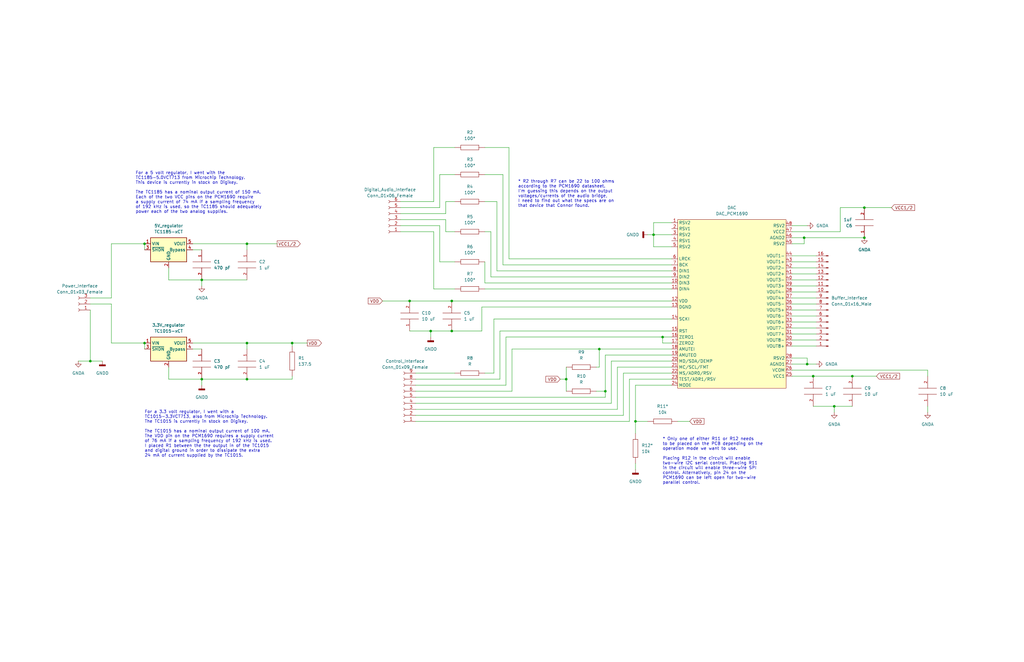
<source format=kicad_sch>
(kicad_sch (version 20211123) (generator eeschema)
  (paper "B")
  (lib_symbols
    (symbol "Amplifier_Operational:OPA4134" (pin_names (offset 0.127))
      (property "Reference" "U" (at 0 5.08 0))
      (property "Value" "OPA4134" (at 0 -5.08 0))
      (symbol "OPA4134_1_1"
        (pin output line (at 7.62 0 180) (length 2.54) (name "~") (number "1"))
        (pin input line (at -7.62 -2.54 0) (length 2.54) (name "-") (number "2"))
        (pin input line (at -7.62 2.54 0) (length 2.54) (name "+") (number "3"))
      )
      (symbol "OPA4134_2_1"
        (pin input line (at -7.62 2.54 0) (length 2.54) (name "+") (number "5"))
        (pin input line (at -7.62 -2.54 0) (length 2.54) (name "-") (number "6"))
        (pin output line (at 7.62 0 180) (length 2.54) (name "~") (number "7"))
      )
      (symbol "OPA4134_3_1"
        (pin input line (at -7.62 2.54 0) (length 2.54) (name "+") (number "10"))
        (pin output line (at 7.62 0 180) (length 2.54) (name "~") (number "8"))
        (pin input line (at -7.62 -2.54 0) (length 2.54) (name "-") (number "9"))
      )
      (symbol "OPA4134_4_1"
        (pin input line (at -7.62 2.54 0) (length 2.54) (name "+") (number "12"))
        (pin input line (at -7.62 -2.54 0) (length 2.54) (name "-") (number "13"))
        (pin output line (at 7.62 0 180) (length 2.54) (name "~") (number "14"))
      )
      (symbol "OPA4134_5_1"
        (pin power_in line (at -2.54 -7.62 90) (length 3.81) (name "V-") (number "11"))
        (pin power_in line (at -2.54 7.62 270) (length 3.81) (name "V+") (number "4"))
      )
    )
    (symbol "Connector:Conn_01x03_Female" (pin_names (offset 1.016) hide)
      (property "Reference" "J" (at 0 5.08 0))
      (property "Value" "Conn_01x03_Female" (at 0 -5.08 0))
      (symbol "Conn_01x03_Female_1_1"
        (pin passive line (at -5.08 2.54 0) (length 3.81) (name "Pin_1") (number "1"))
        (pin passive line (at -5.08 0 0) (length 3.81) (name "Pin_2") (number "2"))
        (pin passive line (at -5.08 -2.54 0) (length 3.81) (name "Pin_3") (number "3"))
      )
    )
    (symbol "Connector:Conn_01x05_Male" (pin_names (offset 1.016) hide)
      (property "Reference" "J" (at 0 7.62 0))
      (property "Value" "Conn_01x05_Male" (at 0 -7.62 0))
      (symbol "Conn_01x05_Male_1_1"
        (pin passive line (at 5.08 5.08 180) (length 3.81) (name "Pin_1") (number "1"))
        (pin passive line (at 5.08 2.54 180) (length 3.81) (name "Pin_2") (number "2"))
        (pin passive line (at 5.08 0 180) (length 3.81) (name "Pin_3") (number "3"))
        (pin passive line (at 5.08 -2.54 180) (length 3.81) (name "Pin_4") (number "4"))
        (pin passive line (at 5.08 -5.08 180) (length 3.81) (name "Pin_5") (number "5"))
      )
    )
    (symbol "Connector:Conn_01x06_Female" (pin_names (offset 1.016) hide)
      (property "Reference" "J" (at 0 7.62 0))
      (property "Value" "Conn_01x06_Female" (at 0 -10.16 0))
      (symbol "Conn_01x06_Female_1_1"
        (pin passive line (at -5.08 5.08 0) (length 3.81) (name "Pin_1") (number "1"))
        (pin passive line (at -5.08 2.54 0) (length 3.81) (name "Pin_2") (number "2"))
        (pin passive line (at -5.08 0 0) (length 3.81) (name "Pin_3") (number "3"))
        (pin passive line (at -5.08 -2.54 0) (length 3.81) (name "Pin_4") (number "4"))
        (pin passive line (at -5.08 -5.08 0) (length 3.81) (name "Pin_5") (number "5"))
        (pin passive line (at -5.08 -7.62 0) (length 3.81) (name "Pin_6") (number "6"))
      )
    )
    (symbol "Connector:Conn_01x09_Female" (pin_names (offset 1.016) hide)
      (property "Reference" "J" (at 0 12.7 0))
      (property "Value" "Conn_01x09_Female" (at 0 -12.7 0))
      (symbol "Conn_01x09_Female_1_1"
        (pin passive line (at -5.08 10.16 0) (length 3.81) (name "Pin_1") (number "1"))
        (pin passive line (at -5.08 7.62 0) (length 3.81) (name "Pin_2") (number "2"))
        (pin passive line (at -5.08 5.08 0) (length 3.81) (name "Pin_3") (number "3"))
        (pin passive line (at -5.08 2.54 0) (length 3.81) (name "Pin_4") (number "4"))
        (pin passive line (at -5.08 0 0) (length 3.81) (name "Pin_5") (number "5"))
        (pin passive line (at -5.08 -2.54 0) (length 3.81) (name "Pin_6") (number "6"))
        (pin passive line (at -5.08 -5.08 0) (length 3.81) (name "Pin_7") (number "7"))
        (pin passive line (at -5.08 -7.62 0) (length 3.81) (name "Pin_8") (number "8"))
        (pin passive line (at -5.08 -10.16 0) (length 3.81) (name "Pin_9") (number "9"))
      )
    )
    (symbol "Connector:Conn_01x16_Female" (pin_names (offset 1.016) hide)
      (property "Reference" "J" (at 0 20.32 0))
      (property "Value" "Conn_01x16_Female" (at 0 -22.86 0))
      (symbol "Conn_01x16_Female_1_1"
        (pin passive line (at -5.08 17.78 0) (length 3.81) (name "Pin_1") (number "1"))
        (pin passive line (at -5.08 -5.08 0) (length 3.81) (name "Pin_10") (number "10"))
        (pin passive line (at -5.08 -7.62 0) (length 3.81) (name "Pin_11") (number "11"))
        (pin passive line (at -5.08 -10.16 0) (length 3.81) (name "Pin_12") (number "12"))
        (pin passive line (at -5.08 -12.7 0) (length 3.81) (name "Pin_13") (number "13"))
        (pin passive line (at -5.08 -15.24 0) (length 3.81) (name "Pin_14") (number "14"))
        (pin passive line (at -5.08 -17.78 0) (length 3.81) (name "Pin_15") (number "15"))
        (pin passive line (at -5.08 -20.32 0) (length 3.81) (name "Pin_16") (number "16"))
        (pin passive line (at -5.08 15.24 0) (length 3.81) (name "Pin_2") (number "2"))
        (pin passive line (at -5.08 12.7 0) (length 3.81) (name "Pin_3") (number "3"))
        (pin passive line (at -5.08 10.16 0) (length 3.81) (name "Pin_4") (number "4"))
        (pin passive line (at -5.08 7.62 0) (length 3.81) (name "Pin_5") (number "5"))
        (pin passive line (at -5.08 5.08 0) (length 3.81) (name "Pin_6") (number "6"))
        (pin passive line (at -5.08 2.54 0) (length 3.81) (name "Pin_7") (number "7"))
        (pin passive line (at -5.08 0 0) (length 3.81) (name "Pin_8") (number "8"))
        (pin passive line (at -5.08 -2.54 0) (length 3.81) (name "Pin_9") (number "9"))
      )
    )
    (symbol "Connector:Conn_01x16_Male" (pin_names (offset 1.016) hide)
      (property "Reference" "J" (at 0 20.32 0))
      (property "Value" "Conn_01x16_Male" (at 0 -22.86 0))
      (symbol "Conn_01x16_Male_1_1"
        (pin passive line (at 5.08 17.78 180) (length 3.81) (name "Pin_1") (number "1"))
        (pin passive line (at 5.08 -5.08 180) (length 3.81) (name "Pin_10") (number "10"))
        (pin passive line (at 5.08 -7.62 180) (length 3.81) (name "Pin_11") (number "11"))
        (pin passive line (at 5.08 -10.16 180) (length 3.81) (name "Pin_12") (number "12"))
        (pin passive line (at 5.08 -12.7 180) (length 3.81) (name "Pin_13") (number "13"))
        (pin passive line (at 5.08 -15.24 180) (length 3.81) (name "Pin_14") (number "14"))
        (pin passive line (at 5.08 -17.78 180) (length 3.81) (name "Pin_15") (number "15"))
        (pin passive line (at 5.08 -20.32 180) (length 3.81) (name "Pin_16") (number "16"))
        (pin passive line (at 5.08 15.24 180) (length 3.81) (name "Pin_2") (number "2"))
        (pin passive line (at 5.08 12.7 180) (length 3.81) (name "Pin_3") (number "3"))
        (pin passive line (at 5.08 10.16 180) (length 3.81) (name "Pin_4") (number "4"))
        (pin passive line (at 5.08 7.62 180) (length 3.81) (name "Pin_5") (number "5"))
        (pin passive line (at 5.08 5.08 180) (length 3.81) (name "Pin_6") (number "6"))
        (pin passive line (at 5.08 2.54 180) (length 3.81) (name "Pin_7") (number "7"))
        (pin passive line (at 5.08 0 180) (length 3.81) (name "Pin_8") (number "8"))
        (pin passive line (at 5.08 -2.54 180) (length 3.81) (name "Pin_9") (number "9"))
      )
    )
    (symbol "ENGINE_parts:DAC_PCM1690"
      (property "Reference" "U" (at 0 -41.91 0))
      (property "Value" "DAC_PCM1690" (at 0 38.1 0))
      (symbol "DAC_PCM1690_1_1"
        (pin unspecified line (at -25.4 34.29 0) (length 2.54) (name "RSV2") (number "1"))
        (pin input line (at -25.4 8.89 0) (length 2.54) (name "DIN3") (number "10"))
        (pin input line (at -25.4 6.35 0) (length 2.54) (name "DIN4") (number "11"))
        (pin power_in line (at -25.4 1.27 0) (length 2.54) (name "VDD") (number "12"))
        (pin power_in line (at -25.4 -1.27 0) (length 2.54) (name "DGND") (number "13"))
        (pin input line (at -25.4 -6.35 0) (length 2.54) (name "SCKI") (number "14"))
        (pin input line (at -25.4 -11.43 0) (length 2.54) (name "RST") (number "15"))
        (pin output line (at -25.4 -13.97 0) (length 2.54) (name "ZERO1") (number "16"))
        (pin output line (at -25.4 -16.51 0) (length 2.54) (name "ZERO2") (number "17"))
        (pin input line (at -25.4 -19.05 0) (length 2.54) (name "AMUTEI") (number "18"))
        (pin output line (at -25.4 -21.59 0) (length 2.54) (name "AMUTEO") (number "19"))
        (pin free line (at -25.4 31.75 0) (length 2.54) (name "RSV1") (number "2"))
        (pin bidirectional line (at -25.4 -24.13 0) (length 2.54) (name "MD/SDA/DEMP") (number "20"))
        (pin input line (at -25.4 -26.67 0) (length 2.54) (name "MC/SCL/FMT") (number "21"))
        (pin bidirectional line (at -25.4 -29.21 0) (length 2.54) (name "MS/ADR0/RSV") (number "22"))
        (pin bidirectional line (at -25.4 -31.75 0) (length 2.54) (name "TEST/ADR1/RSV") (number "23"))
        (pin input line (at -25.4 -34.29 0) (length 2.54) (name "MODE") (number "24"))
        (pin power_in line (at 25.4 -30.48 180) (length 2.54) (name "VCC1") (number "25"))
        (pin unspecified line (at 25.4 -27.94 180) (length 2.54) (name "VCOM") (number "26"))
        (pin power_in line (at 25.4 -25.4 180) (length 2.54) (name "AGND1") (number "27"))
        (pin unspecified line (at 25.4 -22.86 180) (length 2.54) (name "RSV2") (number "28"))
        (pin output line (at 25.4 -17.78 180) (length 2.54) (name "VOUT8+") (number "29"))
        (pin unspecified line (at -25.4 29.21 0) (length 2.54) (name "RSV2") (number "3"))
        (pin output line (at 25.4 -15.24 180) (length 2.54) (name "VOUT8-") (number "30"))
        (pin output line (at 25.4 -12.7 180) (length 2.54) (name "VOUT7+") (number "31"))
        (pin output line (at 25.4 -10.16 180) (length 2.54) (name "VOUT7-") (number "32"))
        (pin output line (at 25.4 -7.62 180) (length 2.54) (name "VOUT6+") (number "33"))
        (pin output line (at 25.4 -5.08 180) (length 2.54) (name "VOUT6-") (number "34"))
        (pin output line (at 25.4 -2.54 180) (length 2.54) (name "VOUT5+") (number "35"))
        (pin output line (at 25.4 0 180) (length 2.54) (name "VOUT5-") (number "36"))
        (pin output line (at 25.4 2.54 180) (length 2.54) (name "VOUT4+") (number "37"))
        (pin output line (at 25.4 5.08 180) (length 2.54) (name "VOUT4-") (number "38"))
        (pin output line (at 25.4 7.62 180) (length 2.54) (name "VOUT3+") (number "39"))
        (pin free line (at -25.4 26.67 0) (length 2.54) (name "RSV1") (number "4"))
        (pin output line (at 25.4 10.16 180) (length 2.54) (name "VOUT3-") (number "40"))
        (pin output line (at 25.4 12.7 180) (length 2.54) (name "VOUT2+") (number "41"))
        (pin output line (at 25.4 15.24 180) (length 2.54) (name "VOUT2-") (number "42"))
        (pin output line (at 25.4 17.78 180) (length 2.54) (name "VOUT1+") (number "43"))
        (pin output line (at 25.4 20.32 180) (length 2.54) (name "VOUT1-") (number "44"))
        (pin unspecified line (at 25.4 25.4 180) (length 2.54) (name "RSV2") (number "45"))
        (pin power_in line (at 25.4 27.94 180) (length 2.54) (name "AGND2") (number "46"))
        (pin power_in line (at 25.4 30.48 180) (length 2.54) (name "VCC2") (number "47"))
        (pin unspecified line (at 25.4 33.02 180) (length 2.54) (name "RSV2") (number "48"))
        (pin unspecified line (at -25.4 24.13 0) (length 2.54) (name "RSV2") (number "5"))
        (pin input line (at -25.4 19.05 0) (length 2.54) (name "LRCK") (number "6"))
        (pin input line (at -25.4 16.51 0) (length 2.54) (name "BCK") (number "7"))
        (pin input line (at -25.4 13.97 0) (length 2.54) (name "DIN1") (number "8"))
        (pin input line (at -25.4 11.43 0) (length 2.54) (name "DIN2") (number "9"))
      )
    )
    (symbol "Regulator_Linear:TC1015-xCT"
      (property "Reference" "U" (at -6.35 6.35 0))
      (property "Value" "TC1015-xCT" (at 0 6.35 0))
      (symbol "TC1015-xCT_1_1"
        (pin power_in line (at -10.16 2.54 0) (length 2.54) (name "VIN") (number "1"))
        (pin power_in line (at 0 -7.62 90) (length 2.54) (name "GND") (number "2"))
        (pin input line (at -10.16 0 0) (length 2.54) (name "~{SHDN}") (number "3"))
        (pin passive line (at 10.16 0 180) (length 2.54) (name "Bypass") (number "4"))
        (pin power_out line (at 10.16 2.54 180) (length 2.54) (name "VOUT") (number "5"))
      )
    )
    (symbol "Regulator_Linear:TC1185-xCT"
      (property "Reference" "U" (at -6.35 6.35 0))
      (property "Value" "TC1185-xCT" (at 0 6.35 0))
      (symbol "TC1185-xCT_1_1"
        (pin power_in line (at -10.16 2.54 0) (length 2.54) (name "VIN") (number "1"))
        (pin power_in line (at 0 -7.62 90) (length 2.54) (name "GND") (number "2"))
        (pin input line (at -10.16 0 0) (length 2.54) (name "~{SHDN}") (number "3"))
        (pin passive line (at 10.16 0 180) (length 2.54) (name "Bypass") (number "4"))
        (pin power_out line (at 10.16 2.54 180) (length 2.54) (name "VOUT") (number "5"))
      )
    )
    (symbol "power:+15V" (power) (pin_names (offset 0))
      (property "Value" "+15V" (at 0 3.556 0))
      (symbol "+15V_1_1"
        (pin power_in line (at 0 0 90) (length 0) hide (name "+15V") (number "1"))
      )
    )
    (symbol "power:-15V" (power) (pin_names (offset 0))
      (property "Value" "-15V" (at 0 3.81 0))
      (symbol "-15V_0_0"
        (pin power_in line (at 0 0 90) (length 0) hide (name "-15V") (number "1"))
      )
    )
    (symbol "power:GNDA" (power) (pin_names (offset 0))
      (property "Value" "GNDA" (at 0 -3.81 0))
      (symbol "GNDA_1_1"
        (pin power_in line (at 0 0 270) (length 0) hide (name "GNDA") (number "1"))
      )
    )
    (symbol "power:GNDD" (power) (pin_names (offset 0))
      (property "Value" "GNDD" (at 0 -3.175 0))
      (symbol "GNDD_1_1"
        (pin power_in line (at 0 0 270) (length 0) hide (name "GNDD") (number "1"))
      )
    )
    (symbol "pspice:CAP" (pin_names (offset 0.254))
      (property "Reference" "C" (at 2.54 3.81 90))
      (property "Value" "CAP" (at 2.54 -3.81 90))
      (symbol "CAP_1_1"
        (pin passive line (at 0 6.35 270) (length 5.08) (name "~") (number "1"))
        (pin passive line (at 0 -6.35 90) (length 5.08) (name "~") (number "2"))
      )
    )
    (symbol "pspice:R" (pin_numbers hide) (pin_names (offset 0))
      (property "Reference" "R" (at 2.032 0 90))
      (property "Value" "R" (at 0 0 90))
      (symbol "R_1_1"
        (pin passive line (at 0 6.35 270) (length 2.54) (name "~") (number "1"))
        (pin passive line (at 0 -6.35 90) (length 2.54) (name "~") (number "2"))
      )
    )
  )
  (junction (at 252.73 147.32))
  (junction (at 340.36 153.67))
  (junction (at 782.32 326.39))
  (junction (at 822.96 335.28))
  (junction (at 609.6 345.44))
  (junction (at 590.55 137.16))
  (junction (at 609.6 250.19))
  (junction (at 568.96 335.28))
  (junction (at 822.96 127))
  (junction (at 801.37 250.19))
  (junction (at 104.14 102.87))
  (junction (at 364.49 100.33))
  (junction (at 801.37 231.14))
  (junction (at 822.96 220.98))
  (junction (at 339.09 100.33))
  (junction (at 699.77 25.4))
  (junction (at 801.37 40.64))
  (junction (at 123.19 144.78))
  (junction (at 568.96 146.05))
  (junction (at 801.37 326.39))
  (junction (at 681.99 17.78))
  (junction (at 568.96 220.98))
  (junction (at 699.77 10.16))
  (junction (at 85.09 160.02))
  (junction (at 590.55 231.14))
  (junction (at 590.55 59.69))
  (junction (at 609.6 59.69))
  (junction (at 822.96 49.53))
  (junction (at 359.41 158.75))
  (junction (at 238.76 160.02))
  (junction (at 822.96 146.05))
  (junction (at 609.6 231.14))
  (junction (at 275.59 99.06))
  (junction (at 782.32 40.64))
  (junction (at 351.79 171.45))
  (junction (at 782.32 137.16))
  (junction (at 782.32 345.44))
  (junction (at 60.96 102.87))
  (junction (at 568.96 30.48))
  (junction (at 590.55 156.21))
  (junction (at 568.96 316.23))
  (junction (at 609.6 137.16))
  (junction (at 60.96 144.78))
  (junction (at 801.37 137.16))
  (junction (at 801.37 156.21))
  (junction (at 782.32 250.19))
  (junction (at 590.55 326.39))
  (junction (at 801.37 59.69))
  (junction (at 590.55 40.64))
  (junction (at 255.27 165.1))
  (junction (at 267.97 177.8))
  (junction (at 279.4 142.24))
  (junction (at 190.5 139.7))
  (junction (at 692.15 10.16))
  (junction (at 190.5 127))
  (junction (at 609.6 156.21))
  (junction (at 568.96 49.53))
  (junction (at 568.96 240.03))
  (junction (at 801.37 345.44))
  (junction (at 590.55 250.19))
  (junction (at 38.1 152.4))
  (junction (at 609.6 326.39))
  (junction (at 609.6 40.64))
  (junction (at 782.32 231.14))
  (junction (at 782.32 156.21))
  (junction (at 172.72 127))
  (junction (at 782.32 59.69))
  (junction (at 692.15 25.4))
  (junction (at 342.9 158.75))
  (junction (at 85.09 118.11))
  (junction (at 590.55 345.44))
  (junction (at 568.96 127))
  (junction (at 104.14 144.78))
  (junction (at 822.96 30.48))
  (junction (at 822.96 240.03))
  (junction (at 181.61 139.7))
  (junction (at 822.96 316.23))
  (junction (at 104.14 160.02))
  (junction (at 364.49 87.63))
  (wire (pts (xy 238.76 160.02) (xy 238.76 165.1)))
  (wire (pts (xy 283.21 144.78) (xy 279.4 144.78)))
  (wire (pts (xy 590.55 345.44) (xy 593.09 345.44)))
  (wire (pts (xy 782.32 111.76) (xy 782.32 137.16)))
  (wire (pts (xy 681.99 17.78) (xy 681.99 10.16)))
  (wire (pts (xy 552.45 146.05) (xy 546.1 146.05)))
  (wire (pts (xy 185.42 87.63) (xy 185.42 73.66)))
  (wire (pts (xy 104.14 144.78) (xy 104.14 147.32)))
  (wire (pts (xy 702.31 190.5) (xy 736.6 190.5)))
  (wire (pts (xy 204.47 157.48) (xy 208.28 157.48)))
  (wire (pts (xy 801.37 77.47) (xy 801.37 81.28)))
  (wire (pts (xy 574.04 316.23) (xy 568.96 316.23)))
  (wire (pts (xy 782.32 156.21) (xy 782.32 162.56)))
  (wire (pts (xy 805.18 242.57) (xy 801.37 242.57)))
  (wire (pts (xy 820.42 49.53) (xy 822.96 49.53)))
  (wire (pts (xy 699.77 193.04) (xy 699.77 170.18)))
  (wire (pts (xy 681.99 17.78) (xy 681.99 25.4)))
  (wire (pts (xy 208.28 134.62) (xy 208.28 157.48)))
  (wire (pts (xy 822.96 146.05) (xy 826.77 146.05)))
  (wire (pts (xy 190.5 127) (xy 283.21 127)))
  (wire (pts (xy 609.6 300.99) (xy 609.6 326.39)))
  (wire (pts (xy 782.32 326.39) (xy 782.32 328.93)))
  (wire (pts (xy 778.51 137.16) (xy 782.32 137.16)))
  (wire (pts (xy 252.73 154.94) (xy 251.46 154.94)))
  (wire (pts (xy 185.42 73.66) (xy 191.77 73.66)))
  (wire (pts (xy 568.96 335.28) (xy 568.96 316.23)))
  (wire (pts (xy 586.74 316.23) (xy 590.55 316.23)))
  (wire (pts (xy 590.55 156.21) (xy 593.09 156.21)))
  (wire (pts (xy 283.21 129.54) (xy 203.2 129.54)))
  (wire (pts (xy 574.04 220.98) (xy 568.96 220.98)))
  (wire (pts (xy 801.37 231.14) (xy 798.83 231.14)))
  (wire (pts (xy 215.9 147.32) (xy 215.9 165.1)))
  (wire (pts (xy 574.04 300.99) (xy 568.96 300.99)))
  (wire (pts (xy 801.37 250.19) (xy 798.83 250.19)))
  (wire (pts (xy 590.55 267.97) (xy 590.55 271.78)))
  (wire (pts (xy 684.53 185.42) (xy 684.53 170.18)))
  (wire (pts (xy 214.63 109.22) (xy 214.63 62.23)))
  (wire (pts (xy 801.37 326.39) (xy 798.83 326.39)))
  (wire (pts (xy 60.96 102.87) (xy 60.96 105.41)))
  (wire (pts (xy 207.01 116.84) (xy 207.01 97.79)))
  (wire (pts (xy 260.35 172.72) (xy 175.26 172.72)))
  (wire (pts (xy 586.74 127) (xy 590.55 127)))
  (wire (pts (xy 204.47 121.92) (xy 283.21 121.92)))
  (wire (pts (xy 590.55 46.99) (xy 590.55 40.64)))
  (wire (pts (xy 609.6 137.16) (xy 609.6 139.7)))
  (wire (pts (xy 85.09 160.02) (xy 85.09 162.56)))
  (wire (pts (xy 782.32 156.21) (xy 786.13 156.21)))
  (wire (pts (xy 283.21 149.86) (xy 255.27 149.86)))
  (wire (pts (xy 283.21 93.98) (xy 275.59 93.98)))
  (wire (pts (xy 586.74 15.24) (xy 609.6 15.24)))
  (wire (pts (xy 568.96 30.48) (xy 568.96 15.24)))
  (wire (pts (xy 85.09 118.11) (xy 104.14 118.11)))
  (wire (pts (xy 822.96 220.98) (xy 822.96 205.74)))
  (wire (pts (xy 853.44 335.28) (xy 853.44 198.12)))
  (wire (pts (xy 609.6 59.69) (xy 609.6 66.04)))
  (wire (pts (xy 123.19 144.78) (xy 123.19 146.05)))
  (wire (pts (xy 746.76 250.19) (xy 736.6 250.19)))
  (wire (pts (xy 805.18 205.74) (xy 782.32 205.74)))
  (wire (pts (xy 652.78 185.42) (xy 684.53 185.42)))
  (wire (pts (xy 822.96 49.53) (xy 822.96 30.48)))
  (wire (pts (xy 267.97 162.56) (xy 267.97 177.8)))
  (wire (pts (xy 850.9 193.04) (xy 876.3 193.04)))
  (wire (pts (xy 805.18 220.98) (xy 801.37 220.98)))
  (wire (pts (xy 340.36 153.67) (xy 344.17 153.67)))
  (wire (pts (xy 590.55 326.39) (xy 593.09 326.39)))
  (wire (pts (xy 210.82 139.7) (xy 210.82 160.02)))
  (wire (pts (xy 805.18 332.74) (xy 801.37 332.74)))
  (wire (pts (xy 632.46 250.19) (xy 626.11 250.19)))
  (wire (pts (xy 38.1 128.27) (xy 46.99 128.27)))
  (wire (pts (xy 238.76 154.94) (xy 238.76 160.02)))
  (wire (pts (xy 613.41 326.39) (xy 609.6 326.39)))
  (wire (pts (xy 275.59 93.98) (xy 275.59 99.06)))
  (wire (pts (xy 552.45 49.53) (xy 543.56 49.53)))
  (wire (pts (xy 609.6 40.64) (xy 609.6 43.18)))
  (wire (pts (xy 574.04 15.24) (xy 568.96 15.24)))
  (wire (pts (xy 655.32 250.19) (xy 655.32 190.5)))
  (wire (pts (xy 702.31 190.5) (xy 702.31 170.18)))
  (wire (pts (xy 805.18 300.99) (xy 782.32 300.99)))
  (wire (pts (xy 817.88 205.74) (xy 822.96 205.74)))
  (wire (pts (xy 746.76 137.16) (xy 736.6 137.16)))
  (wire (pts (xy 822.96 240.03) (xy 826.77 240.03)))
  (wire (pts (xy 704.85 187.96) (xy 739.14 187.96)))
  (wire (pts (xy 209.55 85.09) (xy 204.47 85.09)))
  (wire (pts (xy 81.28 102.87) (xy 104.14 102.87)))
  (wire (pts (xy 586.74 220.98) (xy 590.55 220.98)))
  (wire (pts (xy 546.1 146.05) (xy 546.1 193.04)))
  (wire (pts (xy 782.32 55.88) (xy 782.32 59.69)))
  (wire (pts (xy 853.44 49.53) (xy 853.44 190.5)))
  (wire (pts (xy 168.91 97.79) (xy 182.88 97.79)))
  (wire (pts (xy 712.47 180.34) (xy 712.47 170.18)))
  (wire (pts (xy 334.01 97.79) (xy 354.33 97.79)))
  (wire (pts (xy 85.09 118.11) (xy 85.09 120.65)))
  (wire (pts (xy 805.18 52.07) (xy 801.37 52.07)))
  (wire (pts (xy 657.86 180.34) (xy 679.45 180.34)))
  (wire (pts (xy 704.85 187.96) (xy 704.85 170.18)))
  (wire (pts (xy 655.32 137.16) (xy 655.32 182.88)))
  (wire (pts (xy 645.16 250.19) (xy 655.32 250.19)))
  (wire (pts (xy 586.74 148.59) (xy 590.55 148.59)))
  (wire (pts (xy 568.96 316.23) (xy 568.96 300.99)))
  (wire (pts (xy 850.9 240.03) (xy 850.9 195.58)))
  (wire (pts (xy 46.99 102.87) (xy 60.96 102.87)))
  (wire (pts (xy 699.77 10.16) (xy 709.93 10.16)))
  (wire (pts (xy 632.46 40.64) (xy 626.11 40.64)))
  (wire (pts (xy 853.44 198.12) (xy 876.3 198.12)))
  (wire (pts (xy 590.55 30.48) (xy 590.55 40.64)))
  (wire (pts (xy 801.37 250.19) (xy 801.37 255.27)))
  (wire (pts (xy 391.16 171.45) (xy 391.16 173.99)))
  (wire (pts (xy 817.88 111.76) (xy 822.96 111.76)))
  (wire (pts (xy 782.32 137.16) (xy 782.32 139.7)))
  (wire (pts (xy 283.21 109.22) (xy 214.63 109.22)))
  (wire (pts (xy 342.9 158.75) (xy 359.41 158.75)))
  (wire (pts (xy 236.22 160.02) (xy 238.76 160.02)))
  (wire (pts (xy 707.39 185.42) (xy 707.39 170.18)))
  (wire (pts (xy 586.74 237.49) (xy 590.55 237.49)))
  (wire (pts (xy 778.51 326.39) (xy 782.32 326.39)))
  (wire (pts (xy 660.4 195.58) (xy 694.69 195.58)))
  (wire (pts (xy 801.37 30.48) (xy 801.37 40.64)))
  (wire (pts (xy 71.12 160.02) (xy 85.09 160.02)))
  (wire (pts (xy 590.55 242.57) (xy 590.55 250.19)))
  (wire (pts (xy 778.51 40.64) (xy 782.32 40.64)))
  (wire (pts (xy 801.37 220.98) (xy 801.37 231.14)))
  (wire (pts (xy 265.43 160.02) (xy 265.43 177.8)))
  (wire (pts (xy 759.46 326.39) (xy 765.81 326.39)))
  (wire (pts (xy 782.32 15.24) (xy 782.32 40.64)))
  (wire (pts (xy 820.42 240.03) (xy 822.96 240.03)))
  (wire (pts (xy 822.96 30.48) (xy 822.96 15.24)))
  (wire (pts (xy 759.46 345.44) (xy 765.81 345.44)))
  (wire (pts (xy 568.96 240.03) (xy 568.96 220.98)))
  (wire (pts (xy 805.18 111.76) (xy 782.32 111.76)))
  (wire (pts (xy 805.18 143.51) (xy 801.37 143.51)))
  (wire (pts (xy 609.6 341.63) (xy 609.6 345.44)))
  (wire (pts (xy 586.74 205.74) (xy 609.6 205.74)))
  (wire (pts (xy 364.49 87.63) (xy 375.92 87.63)))
  (wire (pts (xy 590.55 173.99) (xy 590.55 177.8)))
  (wire (pts (xy 609.6 152.4) (xy 609.6 156.21)))
  (wire (pts (xy 655.32 182.88) (xy 681.99 182.88)))
  (wire (pts (xy 645.16 156.21) (xy 652.78 156.21)))
  (wire (pts (xy 801.37 173.99) (xy 801.37 177.8)))
  (wire (pts (xy 568.96 240.03) (xy 565.15 240.03)))
  (wire (pts (xy 283.21 119.38) (xy 204.47 119.38)))
  (wire (pts (xy 759.46 231.14) (xy 765.81 231.14)))
  (wire (pts (xy 255.27 165.1) (xy 255.27 167.64)))
  (wire (pts (xy 801.37 237.49) (xy 801.37 231.14)))
  (wire (pts (xy 251.46 165.1) (xy 255.27 165.1)))
  (wire (pts (xy 334.01 123.19) (xy 344.17 123.19)))
  (wire (pts (xy 801.37 59.69) (xy 798.83 59.69)))
  (wire (pts (xy 736.6 250.19) (xy 736.6 190.5)))
  (wire (pts (xy 334.01 143.51) (xy 344.17 143.51)))
  (wire (pts (xy 609.6 364.49) (xy 609.6 367.03)))
  (wire (pts (xy 782.32 246.38) (xy 782.32 250.19)))
  (wire (pts (xy 334.01 140.97) (xy 344.17 140.97)))
  (wire (pts (xy 820.42 146.05) (xy 822.96 146.05)))
  (wire (pts (xy 175.26 157.48) (xy 191.77 157.48)))
  (wire (pts (xy 285.75 177.8) (xy 290.83 177.8)))
  (wire (pts (xy 609.6 59.69) (xy 605.79 59.69)))
  (wire (pts (xy 574.04 205.74) (xy 568.96 205.74)))
  (wire (pts (xy 590.55 59.69) (xy 593.09 59.69)))
  (wire (pts (xy 778.51 156.21) (xy 782.32 156.21)))
  (wire (pts (xy 104.14 144.78) (xy 123.19 144.78)))
  (wire (pts (xy 586.74 46.99) (xy 590.55 46.99)))
  (wire (pts (xy 609.6 111.76) (xy 609.6 137.16)))
  (wire (pts (xy 782.32 152.4) (xy 782.32 156.21)))
  (wire (pts (xy 734.06 326.39) (xy 734.06 193.04)))
  (wire (pts (xy 590.55 220.98) (xy 590.55 231.14)))
  (wire (pts (xy 645.16 40.64) (xy 660.4 40.64)))
  (wire (pts (xy 283.21 157.48) (xy 262.89 157.48)))
  (wire (pts (xy 782.32 345.44) (xy 782.32 351.79)))
  (wire (pts (xy 203.2 129.54) (xy 203.2 139.7)))
  (wire (pts (xy 543.56 190.5) (xy 508 190.5)))
  (wire (pts (xy 609.6 55.88) (xy 609.6 59.69)))
  (wire (pts (xy 801.37 148.59) (xy 801.37 156.21)))
  (wire (pts (xy 265.43 177.8) (xy 175.26 177.8)))
  (wire (pts (xy 699.77 25.4) (xy 709.93 25.4)))
  (wire (pts (xy 613.41 156.21) (xy 609.6 156.21)))
  (wire (pts (xy 681.99 182.88) (xy 681.99 170.18)))
  (wire (pts (xy 681.99 25.4) (xy 692.15 25.4)))
  (wire (pts (xy 590.55 52.07) (xy 590.55 59.69)))
  (wire (pts (xy 805.18 237.49) (xy 801.37 237.49)))
  (wire (pts (xy 262.89 157.48) (xy 262.89 175.26)))
  (wire (pts (xy 590.55 345.44) (xy 590.55 350.52)))
  (wire (pts (xy 645.16 231.14) (xy 652.78 231.14)))
  (wire (pts (xy 692.15 25.4) (xy 699.77 25.4)))
  (wire (pts (xy 782.32 59.69) (xy 786.13 59.69)))
  (wire (pts (xy 46.99 125.73) (xy 46.99 102.87)))
  (wire (pts (xy 546.1 193.04) (xy 508 193.04)))
  (wire (pts (xy 613.41 59.69) (xy 609.6 59.69)))
  (wire (pts (xy 590.55 156.21) (xy 590.55 161.29)))
  (wire (pts (xy 334.01 110.49) (xy 344.17 110.49)))
  (wire (pts (xy 782.32 300.99) (xy 782.32 326.39)))
  (wire (pts (xy 283.21 152.4) (xy 257.81 152.4)))
  (wire (pts (xy 590.55 250.19) (xy 593.09 250.19)))
  (wire (pts (xy 46.99 128.27) (xy 46.99 144.78)))
  (wire (pts (xy 681.99 10.16) (xy 692.15 10.16)))
  (wire (pts (xy 805.18 316.23) (xy 801.37 316.23)))
  (wire (pts (xy 609.6 250.19) (xy 605.79 250.19)))
  (wire (pts (xy 731.52 40.64) (xy 731.52 177.8)))
  (wire (pts (xy 590.55 363.22) (xy 590.55 367.03)))
  (wire (pts (xy 568.96 220.98) (xy 568.96 205.74)))
  (wire (pts (xy 586.74 143.51) (xy 590.55 143.51)))
  (wire (pts (xy 850.9 146.05) (xy 850.9 193.04)))
  (wire (pts (xy 734.06 59.69) (xy 734.06 180.34)))
  (wire (pts (xy 168.91 87.63) (xy 185.42 87.63)))
  (wire (pts (xy 801.37 242.57) (xy 801.37 250.19)))
  (wire (pts (xy 210.82 160.02) (xy 175.26 160.02)))
  (wire (pts (xy 782.32 59.69) (xy 782.32 66.04)))
  (wire (pts (xy 805.18 46.99) (xy 801.37 46.99)))
  (wire (pts (xy 351.79 171.45) (xy 351.79 173.99)))
  (wire (pts (xy 182.88 62.23) (xy 191.77 62.23)))
  (wire (pts (xy 568.96 49.53) (xy 568.96 30.48)))
  (wire (pts (xy 736.6 137.16) (xy 736.6 182.88)))
  (wire (pts (xy 213.36 142.24) (xy 213.36 162.56)))
  (wire (pts (xy 782.32 137.16) (xy 786.13 137.16)))
  (wire (pts (xy 568.96 146.05) (xy 565.15 146.05)))
  (wire (pts (xy 759.46 40.64) (xy 765.81 40.64)))
  (wire (pts (xy 354.33 87.63) (xy 364.49 87.63)))
  (wire (pts (xy 778.51 59.69) (xy 782.32 59.69)))
  (wire (pts (xy 609.6 326.39) (xy 609.6 328.93)))
  (wire (pts (xy 283.21 104.14) (xy 275.59 104.14)))
  (wire (pts (xy 552.45 335.28) (xy 543.56 335.28)))
  (wire (pts (xy 655.32 190.5) (xy 689.61 190.5)))
  (wire (pts (xy 571.5 49.53) (xy 568.96 49.53)))
  (wire (pts (xy 782.32 326.39) (xy 786.13 326.39)))
  (wire (pts (xy 801.37 267.97) (xy 801.37 271.78)))
  (wire (pts (xy 590.55 137.16) (xy 593.09 137.16)))
  (wire (pts (xy 571.5 335.28) (xy 568.96 335.28)))
  (wire (pts (xy 679.45 180.34) (xy 679.45 170.18)))
  (wire (pts (xy 71.12 113.03) (xy 71.12 118.11)))
  (wire (pts (xy 759.46 137.16) (xy 765.81 137.16)))
  (wire (pts (xy 215.9 165.1) (xy 175.26 165.1)))
  (wire (pts (xy 699.77 193.04) (xy 734.06 193.04)))
  (wire (pts (xy 590.55 316.23) (xy 590.55 326.39)))
  (wire (pts (xy 746.76 59.69) (xy 734.06 59.69)))
  (wire (pts (xy 334.01 100.33) (xy 339.09 100.33)))
  (wire (pts (xy 853.44 190.5) (xy 876.3 190.5)))
  (wire (pts (xy 839.47 240.03) (xy 850.9 240.03)))
  (wire (pts (xy 187.96 90.17) (xy 187.96 85.09)))
  (wire (pts (xy 571.5 240.03) (xy 568.96 240.03)))
  (wire (pts (xy 822.96 146.05) (xy 822.96 127)))
  (wire (pts (xy 38.1 130.81) (xy 38.1 152.4)))
  (wire (pts (xy 334.01 113.03) (xy 344.17 113.03)))
  (wire (pts (xy 586.74 52.07) (xy 590.55 52.07)))
  (wire (pts (xy 568.96 146.05) (xy 568.96 127)))
  (wire (pts (xy 38.1 125.73) (xy 46.99 125.73)))
  (wire (pts (xy 334.01 135.89) (xy 344.17 135.89)))
  (wire (pts (xy 801.37 52.07) (xy 801.37 59.69)))
  (wire (pts (xy 805.18 148.59) (xy 801.37 148.59)))
  (wire (pts (xy 822.96 240.03) (xy 822.96 220.98)))
  (wire (pts (xy 255.27 149.86) (xy 255.27 165.1)))
  (wire (pts (xy 715.01 177.8) (xy 715.01 170.18)))
  (wire (pts (xy 660.4 345.44) (xy 660.4 195.58)))
  (wire (pts (xy 215.9 147.32) (xy 252.73 147.32)))
  (wire (pts (xy 334.01 158.75) (xy 342.9 158.75)))
  (wire (pts (xy 609.6 78.74) (xy 609.6 81.28)))
  (wire (pts (xy 283.21 116.84) (xy 207.01 116.84)))
  (wire (pts (xy 590.55 77.47) (xy 590.55 81.28)))
  (wire (pts (xy 632.46 137.16) (xy 626.11 137.16)))
  (wire (pts (xy 609.6 345.44) (xy 605.79 345.44)))
  (wire (pts (xy 283.21 160.02) (xy 265.43 160.02)))
  (wire (pts (xy 817.88 300.99) (xy 822.96 300.99)))
  (wire (pts (xy 568.96 127) (xy 568.96 111.76)))
  (wire (pts (xy 275.59 99.06) (xy 283.21 99.06)))
  (wire (pts (xy 168.91 85.09) (xy 182.88 85.09)))
  (wire (pts (xy 546.1 195.58) (xy 508 195.58)))
  (wire (pts (xy 209.55 114.3) (xy 209.55 85.09)))
  (wire (pts (xy 817.88 127) (xy 822.96 127)))
  (wire (pts (xy 782.32 231.14) (xy 786.13 231.14)))
  (wire (pts (xy 822.96 127) (xy 822.96 111.76)))
  (wire (pts (xy 609.6 40.64) (xy 605.79 40.64)))
  (wire (pts (xy 181.61 139.7) (xy 190.5 139.7)))
  (wire (pts (xy 782.32 175.26) (xy 782.32 177.8)))
  (wire (pts (xy 38.1 152.4) (xy 43.18 152.4)))
  (wire (pts (xy 801.37 127) (xy 801.37 137.16)))
  (wire (pts (xy 801.37 345.44) (xy 798.83 345.44)))
  (wire (pts (xy 645.16 137.16) (xy 655.32 137.16)))
  (wire (pts (xy 739.14 231.14) (xy 739.14 187.96)))
  (wire (pts (xy 876.3 200.66) (xy 876.3 203.2)))
  (wire (pts (xy 609.6 250.19) (xy 609.6 256.54)))
  (wire (pts (xy 712.47 180.34) (xy 734.06 180.34)))
  (wire (pts (xy 801.37 363.22) (xy 801.37 367.03)))
  (wire (pts (xy 33.02 152.4) (xy 38.1 152.4)))
  (wire (pts (xy 652.78 187.96) (xy 687.07 187.96)))
  (wire (pts (xy 839.47 49.53) (xy 853.44 49.53)))
  (wire (pts (xy 212.09 111.76) (xy 212.09 73.66)))
  (wire (pts (xy 283.21 139.7) (xy 210.82 139.7)))
  (wire (pts (xy 161.29 127) (xy 172.72 127)))
  (wire (pts (xy 820.42 335.28) (xy 822.96 335.28)))
  (wire (pts (xy 801.37 337.82) (xy 801.37 345.44)))
  (wire (pts (xy 782.32 364.49) (xy 782.32 367.03)))
  (wire (pts (xy 822.96 335.28) (xy 826.77 335.28)))
  (wire (pts (xy 687.07 187.96) (xy 687.07 170.18)))
  (wire (pts (xy 204.47 119.38) (xy 204.47 110.49)))
  (wire (pts (xy 746.76 231.14) (xy 739.14 231.14)))
  (wire (pts (xy 391.16 156.21) (xy 391.16 158.75)))
  (wire (pts (xy 613.41 40.64) (xy 609.6 40.64)))
  (wire (pts (xy 782.32 40.64) (xy 782.32 43.18)))
  (wire (pts (xy 85.09 160.02) (xy 104.14 160.02)))
  (wire (pts (xy 657.86 326.39) (xy 657.86 193.04)))
  (wire (pts (xy 185.42 110.49) (xy 191.77 110.49)))
  (wire (pts (xy 81.28 144.78) (xy 104.14 144.78)))
  (wire (pts (xy 679.45 17.78) (xy 681.99 17.78)))
  (wire (pts (xy 645.16 326.39) (xy 657.86 326.39)))
  (wire (pts (xy 746.76 40.64) (xy 731.52 40.64)))
  (wire (pts (xy 822.96 316.23) (xy 822.96 300.99)))
  (wire (pts (xy 782.32 250.19) (xy 786.13 250.19)))
  (wire (pts (xy 609.6 231.14) (xy 609.6 233.68)))
  (wire (pts (xy 552.45 240.03) (xy 546.1 240.03)))
  (wire (pts (xy 801.37 345.44) (xy 801.37 350.52)))
  (wire (pts (xy 590.55 332.74) (xy 590.55 326.39)))
  (wire (pts (xy 267.97 177.8) (xy 267.97 182.88)))
  (wire (pts (xy 568.96 49.53) (xy 565.15 49.53)))
  (wire (pts (xy 817.88 316.23) (xy 822.96 316.23)))
  (wire (pts (xy 801.37 46.99) (xy 801.37 40.64)))
  (wire (pts (xy 676.91 177.8) (xy 676.91 170.18)))
  (wire (pts (xy 283.21 142.24) (xy 279.4 142.24)))
  (wire (pts (xy 801.37 59.69) (xy 801.37 64.77)))
  (wire (pts (xy 850.9 195.58) (xy 876.3 195.58)))
  (wire (pts (xy 590.55 337.82) (xy 590.55 345.44)))
  (wire (pts (xy 632.46 156.21) (xy 626.11 156.21)))
  (wire (pts (xy 709.93 182.88) (xy 709.93 170.18)))
  (wire (pts (xy 214.63 62.23) (xy 204.47 62.23)))
  (wire (pts (xy 609.6 205.74) (xy 609.6 231.14)))
  (wire (pts (xy 609.6 15.24) (xy 609.6 40.64)))
  (wire (pts (xy 574.04 127) (xy 568.96 127)))
  (wire (pts (xy 707.39 185.42) (xy 739.14 185.42)))
  (wire (pts (xy 613.41 231.14) (xy 609.6 231.14)))
  (wire (pts (xy 340.36 151.13) (xy 340.36 153.67)))
  (wire (pts (xy 334.01 102.87) (xy 339.09 102.87)))
  (wire (pts (xy 590.55 250.19) (xy 590.55 255.27)))
  (wire (pts (xy 267.97 177.8) (xy 273.05 177.8)))
  (wire (pts (xy 590.55 148.59) (xy 590.55 156.21)))
  (wire (pts (xy 660.4 40.64) (xy 660.4 177.8)))
  (wire (pts (xy 632.46 231.14) (xy 626.11 231.14)))
  (wire (pts (xy 260.35 154.94) (xy 260.35 172.72)))
  (wire (pts (xy 697.23 195.58) (xy 731.52 195.58)))
  (wire (pts (xy 283.21 154.94) (xy 260.35 154.94)))
  (wire (pts (xy 334.01 133.35) (xy 344.17 133.35)))
  (wire (pts (xy 609.6 156.21) (xy 605.79 156.21)))
  (wire (pts (xy 207.01 97.79) (xy 204.47 97.79)))
  (wire (pts (xy 273.05 99.06) (xy 275.59 99.06)))
  (wire (pts (xy 632.46 326.39) (xy 626.11 326.39)))
  (wire (pts (xy 574.04 111.76) (xy 568.96 111.76)))
  (wire (pts (xy 212.09 73.66) (xy 204.47 73.66)))
  (wire (pts (xy 334.01 125.73) (xy 344.17 125.73)))
  (wire (pts (xy 339.09 102.87) (xy 339.09 100.33)))
  (wire (pts (xy 746.76 326.39) (xy 734.06 326.39)))
  (wire (pts (xy 805.18 30.48) (xy 801.37 30.48)))
  (wire (pts (xy 609.6 345.44) (xy 609.6 351.79)))
  (wire (pts (xy 283.21 134.62) (xy 208.28 134.62)))
  (wire (pts (xy 805.18 127) (xy 801.37 127)))
  (wire (pts (xy 334.01 107.95) (xy 344.17 107.95)))
  (wire (pts (xy 334.01 156.21) (xy 391.16 156.21)))
  (wire (pts (xy 104.14 102.87) (xy 116.84 102.87)))
  (wire (pts (xy 172.72 127) (xy 190.5 127)))
  (wire (pts (xy 817.88 220.98) (xy 822.96 220.98)))
  (wire (pts (xy 586.74 242.57) (xy 590.55 242.57)))
  (wire (pts (xy 715.01 177.8) (xy 731.52 177.8)))
  (wire (pts (xy 182.88 97.79) (xy 182.88 121.92)))
  (wire (pts (xy 181.61 139.7) (xy 181.61 142.24)))
  (wire (pts (xy 657.86 59.69) (xy 657.86 180.34)))
  (wire (pts (xy 182.88 85.09) (xy 182.88 62.23)))
  (wire (pts (xy 782.32 231.14) (xy 782.32 233.68)))
  (wire (pts (xy 283.21 111.76) (xy 212.09 111.76)))
  (wire (pts (xy 694.69 195.58) (xy 694.69 170.18)))
  (wire (pts (xy 334.01 115.57) (xy 344.17 115.57)))
  (wire (pts (xy 609.6 156.21) (xy 609.6 162.56)))
  (wire (pts (xy 801.37 137.16) (xy 798.83 137.16)))
  (wire (pts (xy 334.01 146.05) (xy 344.17 146.05)))
  (wire (pts (xy 746.76 156.21) (xy 739.14 156.21)))
  (wire (pts (xy 123.19 144.78) (xy 129.54 144.78)))
  (wire (pts (xy 609.6 137.16) (xy 605.79 137.16)))
  (wire (pts (xy 574.04 30.48) (xy 568.96 30.48)))
  (wire (pts (xy 546.1 240.03) (xy 546.1 195.58)))
  (wire (pts (xy 782.32 345.44) (xy 786.13 345.44)))
  (wire (pts (xy 609.6 269.24) (xy 609.6 271.78)))
  (wire (pts (xy 660.4 177.8) (xy 676.91 177.8)))
  (wire (pts (xy 60.96 144.78) (xy 60.96 147.32)))
  (wire (pts (xy 652.78 156.21) (xy 652.78 185.42)))
  (wire (pts (xy 342.9 171.45) (xy 351.79 171.45)))
  (wire (pts (xy 279.4 142.24) (xy 213.36 142.24)))
  (wire (pts (xy 805.18 337.82) (xy 801.37 337.82)))
  (wire (pts (xy 778.51 345.44) (xy 782.32 345.44)))
  (wire (pts (xy 104.14 102.87) (xy 104.14 105.41)))
  (wire (pts (xy 645.16 345.44) (xy 660.4 345.44)))
  (wire (pts (xy 778.51 250.19) (xy 782.32 250.19)))
  (wire (pts (xy 782.32 341.63) (xy 782.32 345.44)))
  (wire (pts (xy 759.46 250.19) (xy 765.81 250.19)))
  (wire (pts (xy 543.56 198.12) (xy 508 198.12)))
  (wire (pts (xy 805.18 15.24) (xy 782.32 15.24)))
  (wire (pts (xy 257.81 170.18) (xy 175.26 170.18)))
  (wire (pts (xy 172.72 139.7) (xy 181.61 139.7)))
  (wire (pts (xy 334.01 130.81) (xy 344.17 130.81)))
  (wire (pts (xy 609.6 246.38) (xy 609.6 250.19)))
  (wire (pts (xy 283.21 114.3) (xy 209.55 114.3)))
  (wire (pts (xy 590.55 231.14) (xy 593.09 231.14)))
  (wire (pts (xy 613.41 250.19) (xy 609.6 250.19)))
  (wire (pts (xy 168.91 92.71) (xy 187.96 92.71)))
  (wire (pts (xy 782.32 205.74) (xy 782.32 231.14)))
  (wire (pts (xy 839.47 146.05) (xy 850.9 146.05)))
  (wire (pts (xy 262.89 175.26) (xy 175.26 175.26)))
  (wire (pts (xy 334.01 95.25) (xy 340.36 95.25)))
  (wire (pts (xy 267.97 162.56) (xy 283.21 162.56)))
  (wire (pts (xy 586.74 111.76) (xy 609.6 111.76)))
  (wire (pts (xy 252.73 147.32) (xy 283.21 147.32)))
  (wire (pts (xy 71.12 154.94) (xy 71.12 160.02)))
  (wire (pts (xy 801.37 156.21) (xy 801.37 161.29)))
  (wire (pts (xy 590.55 237.49) (xy 590.55 231.14)))
  (wire (pts (xy 568.96 335.28) (xy 565.15 335.28)))
  (wire (pts (xy 590.55 127) (xy 590.55 137.16)))
  (wire (pts (xy 267.97 195.58) (xy 267.97 198.12)))
  (wire (pts (xy 334.01 151.13) (xy 340.36 151.13)))
  (wire (pts (xy 104.14 160.02) (xy 123.19 160.02)))
  (wire (pts (xy 187.96 85.09) (xy 191.77 85.09)))
  (wire (pts (xy 543.56 335.28) (xy 543.56 198.12)))
  (wire (pts (xy 782.32 78.74) (xy 782.32 81.28)))
  (wire (pts (xy 609.6 326.39) (xy 605.79 326.39)))
  (wire (pts (xy 609.6 231.14) (xy 605.79 231.14)))
  (wire (pts (xy 632.46 59.69) (xy 626.11 59.69)))
  (wire (pts (xy 168.91 90.17) (xy 187.96 90.17)))
  (wire (pts (xy 645.16 59.69) (xy 657.86 59.69)))
  (wire (pts (xy 692.15 10.16) (xy 699.77 10.16)))
  (wire (pts (xy 46.99 144.78) (xy 60.96 144.78)))
  (wire (pts (xy 339.09 100.33) (xy 364.49 100.33)))
  (wire (pts (xy 801.37 332.74) (xy 801.37 326.39)))
  (wire (pts (xy 168.91 95.25) (xy 185.42 95.25)))
  (wire (pts (xy 334.01 118.11) (xy 344.17 118.11)))
  (wire (pts (xy 187.96 92.71) (xy 187.96 97.79)))
  (wire (pts (xy 801.37 316.23) (xy 801.37 326.39)))
  (wire (pts (xy 817.88 30.48) (xy 822.96 30.48)))
  (wire (pts (xy 822.96 335.28) (xy 822.96 316.23)))
  (wire (pts (xy 543.56 49.53) (xy 543.56 190.5)))
  (wire (pts (xy 586.74 337.82) (xy 590.55 337.82)))
  (wire (pts (xy 782.32 269.24) (xy 782.32 271.78)))
  (wire (pts (xy 334.01 120.65) (xy 344.17 120.65)))
  (wire (pts (xy 689.61 190.5) (xy 689.61 170.18)))
  (wire (pts (xy 590.55 40.64) (xy 593.09 40.64)))
  (wire (pts (xy 359.41 158.75) (xy 369.57 158.75)))
  (wire (pts (xy 354.33 97.79) (xy 354.33 87.63)))
  (wire (pts (xy 81.28 147.32) (xy 85.09 147.32)))
  (wire (pts (xy 822.96 49.53) (xy 826.77 49.53)))
  (wire (pts (xy 586.74 332.74) (xy 590.55 332.74)))
  (wire (pts (xy 817.88 15.24) (xy 822.96 15.24)))
  (wire (pts (xy 801.37 156.21) (xy 798.83 156.21)))
  (wire (pts (xy 190.5 139.7) (xy 203.2 139.7)))
  (wire (pts (xy 275.59 104.14) (xy 275.59 99.06)))
  (wire (pts (xy 731.52 345.44) (xy 731.52 195.58)))
  (wire (pts (xy 586.74 30.48) (xy 590.55 30.48)))
  (wire (pts (xy 778.51 231.14) (xy 782.32 231.14)))
  (wire (pts (xy 586.74 300.99) (xy 609.6 300.99)))
  (wire (pts (xy 657.86 193.04) (xy 692.15 193.04)))
  (wire (pts (xy 71.12 118.11) (xy 85.09 118.11)))
  (wire (pts (xy 252.73 147.32) (xy 252.73 154.94)))
  (wire (pts (xy 782.32 40.64) (xy 786.13 40.64)))
  (wire (pts (xy 508 200.66) (xy 508 203.2)))
  (wire (pts (xy 709.93 182.88) (xy 736.6 182.88)))
  (wire (pts (xy 279.4 144.78) (xy 279.4 142.24)))
  (wire (pts (xy 609.6 175.26) (xy 609.6 177.8)))
  (wire (pts (xy 257.81 152.4) (xy 257.81 170.18)))
  (wire (pts (xy 782.32 250.19) (xy 782.32 256.54)))
  (wire (pts (xy 613.41 345.44) (xy 609.6 345.44)))
  (wire (pts (xy 182.88 121.92) (xy 191.77 121.92)))
  (wire (pts (xy 692.15 193.04) (xy 692.15 170.18)))
  (wire (pts (xy 590.55 59.69) (xy 590.55 64.77)))
  (wire (pts (xy 746.76 345.44) (xy 731.52 345.44)))
  (wire (pts (xy 839.47 335.28) (xy 853.44 335.28)))
  (wire (pts (xy 123.19 158.75) (xy 123.19 160.02)))
  (wire (pts (xy 632.46 345.44) (xy 626.11 345.44)))
  (wire (pts (xy 187.96 97.79) (xy 191.77 97.79)))
  (wire (pts (xy 175.26 162.56) (xy 213.36 162.56)))
  (wire (pts (xy 801.37 40.64) (xy 798.83 40.64)))
  (wire (pts (xy 739.14 156.21) (xy 739.14 185.42)))
  (wire (pts (xy 81.28 105.41) (xy 85.09 105.41)))
  (wire (pts (xy 759.46 156.21) (xy 765.81 156.21)))
  (wire (pts (xy 697.23 195.58) (xy 697.23 170.18)))
  (wire (pts (xy 759.46 59.69) (xy 765.81 59.69)))
  (wire (pts (xy 652.78 231.14) (xy 652.78 187.96)))
  (wire (pts (xy 613.41 137.16) (xy 609.6 137.16)))
  (wire (pts (xy 334.01 153.67) (xy 340.36 153.67)))
  (wire (pts (xy 571.5 146.05) (xy 568.96 146.05)))
  (wire (pts (xy 801.37 143.51) (xy 801.37 137.16)))
  (wire (pts (xy 334.01 128.27) (xy 344.17 128.27)))
  (wire (pts (xy 351.79 171.45) (xy 359.41 171.45)))
  (wire (pts (xy 255.27 167.64) (xy 175.26 167.64)))
  (wire (pts (xy 590.55 143.51) (xy 590.55 137.16)))
  (wire (pts (xy 334.01 138.43) (xy 344.17 138.43)))
  (wire (pts (xy 185.42 95.25) (xy 185.42 110.49)))
  (text "For a 5 volt regulator, I went with the\nTC1185-5.0VCT713 from Microchip Technology.\nThis device is currently in stock on Digikey.\n\nThe TC1185 has a nominal output current of 150 mA.\nEach of the two VCC pins on the PCM1690 require\na supply current of 74 mA if a sampling frequency \nof 192 kHz is used, so the TC1185 should adequately \npower each of the two analog supplies." (at 57.15 90.17 0) (effects (font (size 1.27 1.27)) (justify left bottom)))
  (text "* R2 through R7 can be 22 to 100 ohms\naccording to the PCM1690 datasheet.\nI'm guessing this depends on the output\nvoltages/currents of the audio bridge,\nI need to find out what the specs are on\nthat device that Connor found." (at 218.44 87.63 0) (effects (font (size 1.27 1.27)) (justify left bottom)))
  (text "Each of the 8 subcircuits here is\nidentical. These are AC coupled\nactive LPF circuits recommended on \npage 35 of the PCM1690 datasheet.\n\nThese filters are \"second-order\nButterworth filters using a multiple \nfeedback (MFB) circuit arrangement\nthat reduces sensitivity to passive\ncomponent variations over frequency\nand temperature.\" They have a gain \nof 0.747 V/V and a 3dB bandwidth of\n53 kHz (which is conveniently close to \nour carrier frequency of 40 kHz). \n\nIncluding a buffer stage \nbetween the DAC outputs and the output\namplifier stage allows us to filter \nout-of band noise more effectively, with \nthe main trade-off being the gain of this stage.\nWe will need an output amplfier stage with higher\ngain, which could involve a simpler \nfeedback network. A second amplification stage\nwould clearly take up more real estate, however\nthe TI OPA4134UA is a quad package, so all\n8 of the subcircuits here a built upon 2 ICs \n-so real estate isn't a major issue.\n\nMore info here:\nhttps://www.ti.com/lit/an/sbaa055/sbaa055.pdf?ts=1676963876616\\\n\nThese could easily be modified to \nmake DC coupled filters if needed.\n\n" (at 904.24 116.84 0) (effects (font (size 1.27 1.27)) (justify left bottom)))
  (text "For a 3.3 volt regulator, I went with a\nTC1015-3.3VCT713, also from Microchip Technology.\nThe TC1015 is currently in stock on Digikey.\n\nThe TC1015 has a nominal output current of 100 mA.\nThe VDD pin on the PCM1690 requires a supply current\nof 76 mA if a sampling frequency of 192 kHz is used.\nI placed R1 between the the output in of the TC1015\nand digital ground in order to dissipate the extra\n24 mA of current supplied by the TC1015.\n" (at 60.96 193.04 0) (effects (font (size 1.27 1.27)) (justify left bottom)))
  (text "* Only one of either R11 or R12 needs\nto be placed on the PCB depending on the \noperation mode we want to use.\n\nPlacing R12 in the circuit will enable\ntwo-wire I2C serial control. Placing R11 \nin the circuit will enable three-wire SPI\ncontrol. Alternatively, pin 24 on the \nPCM1690 can be left open for two-wire \nparallel control." (at 279.4 204.47 0) (effects (font (size 1.27 1.27)) (justify left bottom)))
  (global_label "VDD" (shape output) (at 129.54 144.78 0) (property "Intersheet References" "${INTERSHEET_REFS}" (effects hide)))
  (global_label "VDD" (shape input) (at 290.83 177.8 0) (property "Intersheet References" "${INTERSHEET_REFS}" (effects hide)))
  (global_label "VCC1{slash}2" (shape output) (at 116.84 102.87 0) (property "Intersheet References" "${INTERSHEET_REFS}" (effects hide)))
  (global_label "VDD" (shape input) (at 236.22 160.02 180) (property "Intersheet References" "${INTERSHEET_REFS}" (effects hide)))
  (global_label "VCC1{slash}2" (shape input) (at 369.57 158.75 0) (property "Intersheet References" "${INTERSHEET_REFS}" (effects hide)))
  (global_label "VCC1{slash}2" (shape input) (at 375.92 87.63 0) (property "Intersheet References" "${INTERSHEET_REFS}" (effects hide)))
  (global_label "VDD" (shape input) (at 161.29 127 180) (property "Intersheet References" "${INTERSHEET_REFS}" (effects hide)))
  (symbol (lib_id "pspice:CAP") (at 753.11 345.44 90) (unit 1)
    (property "Reference" "C47" (at 753.11 336.55 90))
    (property "Value" "10 uF" (at 753.11 339.09 90))
  )
  (symbol (lib_id "pspice:R") (at 792.48 250.19 90) (unit 1)
    (property "Reference" "R59" (at 792.48 243.84 90))
    (property "Value" "360" (at 792.48 246.38 90))
  )
  (symbol (lib_id "power:GNDA") (at 801.37 81.28 0) (unit 1)
    (property "Reference" "#PWR?" (effects hide))
    (property "Value" "GNDA" (at 801.37 86.36 0))
  )
  (symbol (lib_id "pspice:CAP") (at 609.6 240.03 0) (mirror y) (unit 1)
    (property "Reference" "C23" (at 604.52 238.7599 0) (effects (justify left)))
    (property "Value" "3300 pF" (at 604.52 241.2999 0) (effects (justify left)))
  )
  (symbol (lib_id "pspice:CAP") (at 590.55 356.87 0) (mirror y) (unit 1)
    (property "Reference" "C29" (at 585.47 355.5999 0) (effects (justify left)))
    (property "Value" "680 pF" (at 585.47 358.1399 0) (effects (justify left)))
  )
  (symbol (lib_id "pspice:R") (at 198.12 157.48 90) (unit 1)
    (property "Reference" "R8" (at 198.12 151.13 90))
    (property "Value" "R" (at 198.12 153.67 90))
  )
  (symbol (lib_id "pspice:R") (at 792.48 59.69 90) (unit 1)
    (property "Reference" "R45" (at 792.48 53.34 90))
    (property "Value" "360" (at 792.48 55.88 90))
  )
  (symbol (lib_id "pspice:R") (at 599.44 59.69 270) (mirror x) (unit 1)
    (property "Reference" "R17" (at 599.44 53.34 90))
    (property "Value" "360" (at 599.44 55.88 90))
  )
  (symbol (lib_id "power:GNDA") (at 590.55 177.8 0) (mirror y) (unit 1)
    (property "Reference" "#PWR?" (effects hide))
    (property "Value" "GNDA" (at 590.55 182.88 0))
  )
  (symbol (lib_id "power:GNDD") (at 267.97 198.12 0) (unit 1)
    (property "Reference" "#PWR0109" (effects hide))
    (property "Value" "GNDD" (at 267.97 203.2 0))
  )
  (symbol (lib_id "Amplifier_Operational:OPA4134") (at 579.12 240.03 180) (unit 3)
    (property "Reference" "U1" (at 579.12 229.87 0))
    (property "Value" "OPA4134" (at 579.12 232.41 0))
    (property "Datasheet" "http://www.ti.com/lit/ds/symlink/opa134.pdf" (effects hide))
  )
  (symbol (lib_id "pspice:R") (at 245.11 154.94 90) (unit 1)
    (property "Reference" "R9" (at 245.11 148.59 90))
    (property "Value" "R" (at 245.11 151.13 90))
  )
  (symbol (lib_id "pspice:CAP") (at 638.81 40.64 270) (mirror x) (unit 1)
    (property "Reference" "C11" (at 638.81 31.75 90))
    (property "Value" "10 uF" (at 638.81 34.29 90))
  )
  (symbol (lib_id "power:GNDA") (at 391.16 173.99 0) (unit 1)
    (property "Reference" "#PWR0104" (effects hide))
    (property "Value" "GNDA" (at 391.16 179.07 0))
  )
  (symbol (lib_id "power:GNDD") (at 43.18 152.4 0) (unit 1)
    (property "Reference" "#PWR0111" (effects hide))
    (property "Value" "GNDD" (at 43.18 157.48 0))
  )
  (symbol (lib_id "pspice:CAP") (at 85.09 153.67 0) (unit 1)
    (property "Reference" "C3" (at 90.17 152.3999 0) (effects (justify left)))
    (property "Value" "470 pF" (at 90.17 154.9399 0) (effects (justify left)))
  )
  (symbol (lib_id "pspice:CAP") (at 609.6 49.53 0) (mirror y) (unit 1)
    (property "Reference" "C13" (at 604.52 48.2599 0) (effects (justify left)))
    (property "Value" "3300 pF" (at 604.52 50.7999 0) (effects (justify left)))
  )
  (symbol (lib_id "pspice:CAP") (at 638.81 156.21 270) (mirror x) (unit 1)
    (property "Reference" "C17" (at 638.81 147.32 90))
    (property "Value" "10 uF" (at 638.81 149.86 90))
  )
  (symbol (lib_id "pspice:R") (at 245.11 165.1 90) (unit 1)
    (property "Reference" "R10" (at 245.11 158.75 90))
    (property "Value" "R" (at 245.11 161.29 90))
  )
  (symbol (lib_id "Connector:Conn_01x06_Female") (at 163.83 92.71 180) (unit 1)
    (property "Reference" "Digital_Audio_Interface" (at 164.465 80.01 0))
    (property "Value" "Conn_01x06_Female" (at 164.465 82.55 0))
  )
  (symbol (lib_id "pspice:R") (at 609.6 72.39 0) (mirror x) (unit 1)
    (property "Reference" "R19" (at 607.06 71.1199 0) (effects (justify right)))
    (property "Value" "5.6k" (at 607.06 73.6599 0) (effects (justify right)))
  )
  (symbol (lib_id "Connector:Conn_01x05_Male") (at 881.38 195.58 180) (unit 1)
    (property "Reference" "Amp_Output_Stage_Inteface_2/2" (at 882.65 194.3099 0) (effects (justify right)))
    (property "Value" "Conn_01x05_Male" (at 882.65 196.8499 0) (effects (justify right)))
  )
  (symbol (lib_id "power:GNDA") (at 782.32 177.8 0) (unit 1)
    (property "Reference" "#PWR?" (effects hide))
    (property "Value" "GNDA" (at 782.32 182.88 0))
  )
  (symbol (lib_id "Regulator_Linear:TC1185-xCT") (at 71.12 105.41 0) (unit 1)
    (property "Reference" "5V_regulator" (at 71.12 95.25 0))
    (property "Value" "TC1185-xCT" (at 71.12 97.79 0))
    (property "Footprint" "Package_TO_SOT_SMD:SOT-23-5" (effects hide))
    (property "Datasheet" "https://ww1.microchip.com/downloads/aemDocuments/documents/APID/ProductDocuments/DataSheets/21335e.pdf" (effects hide))
  )
  (symbol (lib_id "pspice:R") (at 772.16 231.14 90) (unit 1)
    (property "Reference" "R55" (at 772.16 224.79 90))
    (property "Value" "7.5k" (at 772.16 227.33 90))
  )
  (symbol (lib_id "pspice:R") (at 772.16 40.64 90) (unit 1)
    (property "Reference" "R41" (at 772.16 34.29 90))
    (property "Value" "7.5k" (at 772.16 36.83 90))
  )
  (symbol (lib_id "pspice:CAP") (at 753.11 250.19 90) (unit 1)
    (property "Reference" "C42" (at 753.11 241.3 90))
    (property "Value" "10 uF" (at 753.11 243.84 90))
  )
  (symbol (lib_id "pspice:R") (at 599.44 345.44 270) (mirror x) (unit 1)
    (property "Reference" "R38" (at 599.44 339.09 90))
    (property "Value" "360" (at 599.44 341.63 90))
  )
  (symbol (lib_id "pspice:R") (at 619.76 326.39 270) (mirror x) (unit 1)
    (property "Reference" "R34" (at 619.76 320.04 90))
    (property "Value" "7.5k" (at 619.76 322.58 90))
  )
  (symbol (lib_id "pspice:CAP") (at 638.81 231.14 270) (mirror x) (unit 1)
    (property "Reference" "C21" (at 638.81 222.25 90))
    (property "Value" "10 uF" (at 638.81 224.79 90))
  )
  (symbol (lib_id "power:GNDA") (at 340.36 95.25 90) (unit 1)
    (property "Reference" "#PWR0107" (effects hide))
    (property "Value" "GNDA" (at 344.17 95.2499 90) (effects (justify right)))
  )
  (symbol (lib_id "Connector:Conn_01x16_Female") (at 694.69 165.1 90) (unit 1)
    (property "Reference" "Buffer_Interface" (at 695.96 160.02 90))
    (property "Value" "Conn_01x16_Female" (at 695.96 162.56 90))
  )
  (symbol (lib_id "power:+15V") (at 699.77 10.16 0) (unit 1)
    (property "Reference" "#PWR?" (effects hide))
    (property "Value" "+15V" (at 699.77 5.08 0))
  )
  (symbol (lib_id "pspice:CAP") (at 85.09 111.76 0) (unit 1)
    (property "Reference" "C1" (at 90.17 110.4899 0) (effects (justify left)))
    (property "Value" "470 pF" (at 90.17 113.0299 0) (effects (justify left)))
  )
  (symbol (lib_id "pspice:R") (at 619.76 40.64 270) (mirror x) (unit 1)
    (property "Reference" "R13" (at 619.76 34.29 90))
    (property "Value" "7.5k" (at 619.76 36.83 90))
  )
  (symbol (lib_id "pspice:R") (at 198.12 62.23 90) (unit 1)
    (property "Reference" "R2" (at 198.12 55.88 90))
    (property "Value" "100*" (at 198.12 58.42 90))
  )
  (symbol (lib_id "pspice:R") (at 792.48 137.16 90) (unit 1)
    (property "Reference" "R51" (at 792.48 130.81 90))
    (property "Value" "360" (at 792.48 133.35 90))
  )
  (symbol (lib_id "pspice:R") (at 782.32 168.91 180) (unit 1)
    (property "Reference" "R54" (at 784.86 167.6399 0) (effects (justify right)))
    (property "Value" "5.6k" (at 784.86 170.1799 0) (effects (justify right)))
  )
  (symbol (lib_id "Amplifier_Operational:OPA4134") (at 579.12 146.05 180) (unit 2)
    (property "Reference" "U1" (at 579.12 135.89 0))
    (property "Value" "OPA4134" (at 579.12 138.43 0))
    (property "Datasheet" "http://www.ti.com/lit/ds/symlink/opa134.pdf" (effects hide))
  )
  (symbol (lib_id "ENGINE_parts:DAC_PCM1690") (at 308.61 128.27 0) (unit 1)
    (property "Reference" "DAC" (at 308.61 87.63 0))
    (property "Value" "DAC_PCM1690" (at 308.61 90.17 0))
    (property "Footprint" "PCM1690_footprint" (effects hide))
  )
  (symbol (lib_id "pspice:R") (at 833.12 49.53 90) (unit 1)
    (property "Reference" "R46" (at 833.12 43.18 90))
    (property "Value" "47" (at 833.12 45.72 90))
  )
  (symbol (lib_id "power:GNDA") (at 609.6 271.78 0) (mirror y) (unit 1)
    (property "Reference" "#PWR?" (effects hide))
    (property "Value" "GNDA" (at 609.6 276.86 0))
  )
  (symbol (lib_id "power:GNDA") (at 679.45 17.78 270) (unit 1)
    (property "Reference" "#PWR?" (effects hide))
    (property "Value" "GNDA" (at 675.64 17.7799 90) (effects (justify right)))
  )
  (symbol (lib_id "Connector:Conn_01x09_Female") (at 170.18 167.64 180) (unit 1)
    (property "Reference" "Control_Interface" (at 170.815 152.4 0))
    (property "Value" "Conn_01x09_Female" (at 170.815 154.94 0))
  )
  (symbol (lib_id "power:GNDD") (at 273.05 99.06 270) (unit 1)
    (property "Reference" "#PWR0102" (effects hide))
    (property "Value" "GNDD" (at 264.16 99.06 90) (effects (justify left)))
  )
  (symbol (lib_id "power:GNDA") (at 351.79 173.99 0) (unit 1)
    (property "Reference" "#PWR0106" (effects hide))
    (property "Value" "GNDA" (at 351.79 179.07 0))
  )
  (symbol (lib_id "pspice:R") (at 619.76 231.14 270) (mirror x) (unit 1)
    (property "Reference" "R27" (at 619.76 224.79 90))
    (property "Value" "7.5k" (at 619.76 227.33 90))
  )
  (symbol (lib_id "pspice:CAP") (at 104.14 111.76 0) (unit 1)
    (property "Reference" "C2" (at 109.22 110.4899 0) (effects (justify left)))
    (property "Value" "1 uF" (at 109.22 113.0299 0) (effects (justify left)))
  )
  (symbol (lib_id "pspice:R") (at 833.12 240.03 90) (unit 1)
    (property "Reference" "R60" (at 833.12 233.68 90))
    (property "Value" "47" (at 833.12 236.22 90))
  )
  (symbol (lib_id "pspice:R") (at 811.53 205.74 90) (unit 1)
    (property "Reference" "R57" (at 811.53 199.39 90))
    (property "Value" "5.6k" (at 811.53 201.93 90))
  )
  (symbol (lib_id "pspice:R") (at 580.39 15.24 270) (mirror x) (unit 1)
    (property "Reference" "R15" (at 580.39 8.89 90))
    (property "Value" "5.6k" (at 580.39 11.43 90))
  )
  (symbol (lib_id "pspice:CAP") (at 638.81 345.44 270) (mirror x) (unit 1)
    (property "Reference" "C27" (at 638.81 336.55 90))
    (property "Value" "10 uF" (at 638.81 339.09 90))
  )
  (symbol (lib_id "pspice:CAP") (at 811.53 220.98 90) (unit 1)
    (property "Reference" "C45" (at 811.53 212.09 90))
    (property "Value" "680 pF" (at 811.53 214.63 90))
  )
  (symbol (lib_id "power:GNDA") (at 590.55 367.03 0) (mirror y) (unit 1)
    (property "Reference" "#PWR?" (effects hide))
    (property "Value" "GNDA" (at 590.55 372.11 0))
  )
  (symbol (lib_id "power:GNDA") (at 590.55 81.28 0) (mirror y) (unit 1)
    (property "Reference" "#PWR?" (effects hide))
    (property "Value" "GNDA" (at 590.55 86.36 0))
  )
  (symbol (lib_id "pspice:R") (at 599.44 40.64 270) (mirror x) (unit 1)
    (property "Reference" "R16" (at 599.44 34.29 90))
    (property "Value" "360" (at 599.44 36.83 90))
  )
  (symbol (lib_id "Amplifier_Operational:OPA4134") (at 579.12 49.53 180) (unit 1)
    (property "Reference" "U1" (at 579.12 39.37 0))
    (property "Value" "OPA4134" (at 579.12 41.91 0))
    (property "Datasheet" "http://www.ti.com/lit/ds/symlink/opa134.pdf" (effects hide))
  )
  (symbol (lib_id "power:GNDA") (at 364.49 100.33 0) (unit 1)
    (property "Reference" "#PWR0105" (effects hide))
    (property "Value" "GNDA" (at 364.49 105.41 0))
  )
  (symbol (lib_id "Amplifier_Operational:OPA4134") (at 812.8 240.03 0) (mirror x) (unit 3)
    (property "Reference" "U2" (at 812.8 229.87 0))
    (property "Value" "OPA4134" (at 812.8 232.41 0))
    (property "Datasheet" "http://www.ti.com/lit/ds/symlink/opa134.pdf" (effects hide))
  )
  (symbol (lib_id "pspice:R") (at 198.12 110.49 90) (unit 1)
    (property "Reference" "R6" (at 198.12 104.14 90))
    (property "Value" "100*" (at 198.12 106.68 90))
  )
  (symbol (lib_id "Amplifier_Operational:OPA4134") (at 812.8 49.53 0) (mirror x) (unit 1)
    (property "Reference" "U2" (at 812.8 39.37 0))
    (property "Value" "OPA4134" (at 812.8 41.91 0))
    (property "Datasheet" "http://www.ti.com/lit/ds/symlink/opa134.pdf" (effects hide))
  )
  (symbol (lib_id "power:GNDA") (at 344.17 153.67 90) (unit 1)
    (property "Reference" "#PWR0108" (effects hide))
    (property "Value" "GNDA" (at 347.98 153.6699 90) (effects (justify right)))
  )
  (symbol (lib_id "pspice:CAP") (at 638.81 137.16 270) (mirror x) (unit 1)
    (property "Reference" "C16" (at 638.81 128.27 90))
    (property "Value" "10 uF" (at 638.81 130.81 90))
  )
  (symbol (lib_id "pspice:CAP") (at 753.11 231.14 90) (unit 1)
    (property "Reference" "C41" (at 753.11 222.25 90))
    (property "Value" "10 uF" (at 753.11 224.79 90))
  )
  (symbol (lib_id "pspice:CAP") (at 580.39 127 270) (mirror x) (unit 1)
    (property "Reference" "C20" (at 580.39 118.11 90))
    (property "Value" "680 pF" (at 580.39 120.65 90))
  )
  (symbol (lib_id "pspice:R") (at 772.16 59.69 90) (unit 1)
    (property "Reference" "R42" (at 772.16 53.34 90))
    (property "Value" "7.5k" (at 772.16 55.88 90))
  )
  (symbol (lib_id "pspice:R") (at 558.8 49.53 270) (mirror x) (unit 1)
    (property "Reference" "R18" (at 558.8 43.18 90))
    (property "Value" "47" (at 558.8 45.72 90))
  )
  (symbol (lib_id "pspice:R") (at 772.16 250.19 90) (unit 1)
    (property "Reference" "R56" (at 772.16 243.84 90))
    (property "Value" "7.5k" (at 772.16 246.38 90))
  )
  (symbol (lib_id "pspice:R") (at 619.76 156.21 270) (mirror x) (unit 1)
    (property "Reference" "R21" (at 619.76 149.86 90))
    (property "Value" "7.5k" (at 619.76 152.4 90))
  )
  (symbol (lib_id "pspice:R") (at 599.44 156.21 270) (mirror x) (unit 1)
    (property "Reference" "R24" (at 599.44 149.86 90))
    (property "Value" "360" (at 599.44 152.4 90))
  )
  (symbol (lib_id "pspice:CAP") (at 782.32 146.05 0) (unit 1)
    (property "Reference" "C38" (at 787.4 144.7799 0) (effects (justify left)))
    (property "Value" "3300 pF" (at 787.4 147.3199 0) (effects (justify left)))
  )
  (symbol (lib_id "pspice:R") (at 811.53 300.99 90) (unit 1)
    (property "Reference" "R64" (at 811.53 294.64 90))
    (property "Value" "5.6k" (at 811.53 297.18 90))
  )
  (symbol (lib_id "pspice:R") (at 279.4 177.8 90) (unit 1)
    (property "Reference" "R11*" (at 279.4 171.45 90))
    (property "Value" "10k" (at 279.4 173.99 90))
  )
  (symbol (lib_id "pspice:CAP") (at 801.37 167.64 0) (unit 1)
    (property "Reference" "C39" (at 806.45 166.3699 0) (effects (justify left)))
    (property "Value" "680 pF" (at 806.45 168.9099 0) (effects (justify left)))
  )
  (symbol (lib_id "pspice:R") (at 267.97 189.23 180) (unit 1)
    (property "Reference" "R12*" (at 270.51 187.9599 0) (effects (justify right)))
    (property "Value" "10k" (at 270.51 190.4999 0) (effects (justify right)))
  )
  (symbol (lib_id "pspice:CAP") (at 782.32 240.03 0) (unit 1)
    (property "Reference" "C43" (at 787.4 238.7599 0) (effects (justify left)))
    (property "Value" "3300 pF" (at 787.4 241.2999 0) (effects (justify left)))
  )
  (symbol (lib_id "power:GNDD") (at 181.61 142.24 0) (unit 1)
    (property "Reference" "#PWR0101" (effects hide))
    (property "Value" "GNDD" (at 181.61 147.32 0))
  )
  (symbol (lib_id "pspice:CAP") (at 609.6 146.05 0) (mirror y) (unit 1)
    (property "Reference" "C18" (at 604.52 144.7799 0) (effects (justify left)))
    (property "Value" "3300 pF" (at 604.52 147.3199 0) (effects (justify left)))
  )
  (symbol (lib_id "pspice:R") (at 619.76 137.16 270) (mirror x) (unit 1)
    (property "Reference" "R20" (at 619.76 130.81 90))
    (property "Value" "7.5k" (at 619.76 133.35 90))
  )
  (symbol (lib_id "Amplifier_Operational:OPA4134") (at 812.8 146.05 0) (mirror x) (unit 2)
    (property "Reference" "U2" (at 812.8 135.89 0))
    (property "Value" "OPA4134" (at 812.8 138.43 0))
    (property "Datasheet" "http://www.ti.com/lit/ds/symlink/opa134.pdf" (effects hide))
  )
  (symbol (lib_id "Regulator_Linear:TC1015-xCT") (at 71.12 147.32 0) (unit 1)
    (property "Reference" "3.3V_regulator" (at 71.12 137.16 0))
    (property "Value" "TC1015-xCT" (at 71.12 139.7 0))
    (property "Footprint" "Package_TO_SOT_SMD:SOT-23-5" (effects hide))
    (property "Datasheet" "https://ww1.microchip.com/downloads/aemDocuments/documents/APID/ProductDocuments/DataSheets/21335e.pdf" (effects hide))
  )
  (symbol (lib_id "pspice:R") (at 198.12 85.09 90) (unit 1)
    (property "Reference" "R4" (at 198.12 78.74 90))
    (property "Value" "100*" (at 198.12 81.28 90))
  )
  (symbol (lib_id "pspice:R") (at 772.16 326.39 90) (unit 1)
    (property "Reference" "R62" (at 772.16 320.04 90))
    (property "Value" "7.5k" (at 772.16 322.58 90))
  )
  (symbol (lib_id "power:GNDA") (at 782.32 271.78 0) (unit 1)
    (property "Reference" "#PWR?" (effects hide))
    (property "Value" "GNDA" (at 782.32 276.86 0))
  )
  (symbol (lib_id "pspice:R") (at 792.48 40.64 90) (unit 1)
    (property "Reference" "R44" (at 792.48 34.29 90))
    (property "Value" "360" (at 792.48 36.83 90))
  )
  (symbol (lib_id "pspice:R") (at 833.12 335.28 90) (unit 1)
    (property "Reference" "R67" (at 833.12 328.93 90))
    (property "Value" "47" (at 833.12 331.47 90))
  )
  (symbol (lib_id "power:-15V") (at 699.77 25.4 180) (unit 1)
    (property "Reference" "#PWR?" (effects hide))
    (property "Value" "-15V" (at 699.77 30.48 0))
  )
  (symbol (lib_id "pspice:R") (at 792.48 231.14 90) (unit 1)
    (property "Reference" "R58" (at 792.48 224.79 90))
    (property "Value" "360" (at 792.48 227.33 90))
  )
  (symbol (lib_id "pspice:CAP") (at 359.41 165.1 180) (unit 1)
    (property "Reference" "C9" (at 364.49 163.8299 0) (effects (justify right)))
    (property "Value" "10 uF" (at 364.49 166.3699 0) (effects (justify right)))
  )
  (symbol (lib_id "power:GNDA") (at 801.37 177.8 0) (unit 1)
    (property "Reference" "#PWR?" (effects hide))
    (property "Value" "GNDA" (at 801.37 182.88 0))
  )
  (symbol (lib_id "Amplifier_Operational:OPA4134") (at 712.47 17.78 0) (unit 5)
    (property "Reference" "U2" (at 711.2 16.5099 0) (effects (justify left)))
    (property "Value" "OPA4134" (at 711.2 19.0499 0) (effects (justify left)))
    (property "Datasheet" "http://www.ti.com/lit/ds/symlink/opa134.pdf" (effects hide))
  )
  (symbol (lib_id "pspice:R") (at 811.53 111.76 90) (unit 1)
    (property "Reference" "R50" (at 811.53 105.41 90))
    (property "Value" "5.6k" (at 811.53 107.95 90))
  )
  (symbol (lib_id "power:GNDA") (at 782.32 367.03 0) (unit 1)
    (property "Reference" "#PWR?" (effects hide))
    (property "Value" "GNDA" (at 782.32 372.11 0))
  )
  (symbol (lib_id "power:GNDD") (at 85.09 162.56 0) (unit 1)
    (property "Reference" "#PWR0103" (effects hide))
    (property "Value" "GNDD" (at 85.09 167.64 0))
  )
  (symbol (lib_id "Connector:Conn_01x05_Male") (at 502.92 195.58 0) (unit 1)
    (property "Reference" "Amp_Output_Stage_Inteface_1/2" (at 503.555 185.42 0))
    (property "Value" "Conn_01x05_Male" (at 503.555 187.96 0))
  )
  (symbol (lib_id "pspice:R") (at 198.12 121.92 90) (unit 1)
    (property "Reference" "R7" (at 198.12 115.57 90))
    (property "Value" "100*" (at 198.12 118.11 90))
  )
  (symbol (lib_id "pspice:R") (at 772.16 137.16 90) (unit 1)
    (property "Reference" "R48" (at 772.16 130.81 90))
    (property "Value" "7.5k" (at 772.16 133.35 90))
  )
  (symbol (lib_id "pspice:CAP") (at 580.39 316.23 270) (mirror x) (unit 1)
    (property "Reference" "C30" (at 580.39 307.34 90))
    (property "Value" "680 pF" (at 580.39 309.88 90))
  )
  (symbol (lib_id "pspice:R") (at 609.6 358.14 0) (mirror x) (unit 1)
    (property "Reference" "R40" (at 607.06 356.8699 0) (effects (justify right)))
    (property "Value" "5.6k" (at 607.06 359.4099 0) (effects (justify right)))
  )
  (symbol (lib_id "pspice:R") (at 123.19 152.4 0) (unit 1)
    (property "Reference" "R1" (at 125.73 151.1299 0) (effects (justify left)))
    (property "Value" "137.5 " (at 125.73 153.6699 0) (effects (justify left)))
  )
  (symbol (lib_id "pspice:R") (at 772.16 345.44 90) (unit 1)
    (property "Reference" "R63" (at 772.16 339.09 90))
    (property "Value" "7.5k" (at 772.16 341.63 90))
  )
  (symbol (lib_id "pspice:R") (at 609.6 168.91 0) (mirror x) (unit 1)
    (property "Reference" "R26" (at 607.06 167.6399 0) (effects (justify right)))
    (property "Value" "5.6k" (at 607.06 170.1799 0) (effects (justify right)))
  )
  (symbol (lib_id "pspice:CAP") (at 104.14 153.67 0) (unit 1)
    (property "Reference" "C4" (at 109.22 152.3999 0) (effects (justify left)))
    (property "Value" "1 uF" (at 109.22 154.9399 0) (effects (justify left)))
  )
  (symbol (lib_id "pspice:R") (at 580.39 205.74 270) (mirror x) (unit 1)
    (property "Reference" "R29" (at 580.39 199.39 90))
    (property "Value" "5.6k" (at 580.39 201.93 90))
  )
  (symbol (lib_id "pspice:R") (at 198.12 97.79 90) (unit 1)
    (property "Reference" "R5" (at 198.12 91.44 90))
    (property "Value" "100*" (at 198.12 93.98 90))
  )
  (symbol (lib_id "pspice:R") (at 558.8 240.03 270) (mirror x) (unit 1)
    (property "Reference" "R32" (at 558.8 233.68 90))
    (property "Value" "47" (at 558.8 236.22 90))
  )
  (symbol (lib_id "pspice:CAP") (at 782.32 335.28 0) (unit 1)
    (property "Reference" "C48" (at 787.4 334.0099 0) (effects (justify left)))
    (property "Value" "3300 pF" (at 787.4 336.5499 0) (effects (justify left)))
  )
  (symbol (lib_id "pspice:CAP") (at 801.37 261.62 0) (unit 1)
    (property "Reference" "C44" (at 806.45 260.3499 0) (effects (justify left)))
    (property "Value" "680 pF" (at 806.45 262.8899 0) (effects (justify left)))
  )
  (symbol (lib_id "pspice:CAP") (at 172.72 133.35 180) (unit 1)
    (property "Reference" "C10" (at 177.8 132.0799 0) (effects (justify right)))
    (property "Value" "10 uF" (at 177.8 134.6199 0) (effects (justify right)))
  )
  (symbol (lib_id "pspice:R") (at 558.8 335.28 270) (mirror x) (unit 1)
    (property "Reference" "R39" (at 558.8 328.93 90))
    (property "Value" "47" (at 558.8 331.47 90))
  )
  (symbol (lib_id "Connector:Conn_01x16_Male") (at 349.25 128.27 180) (unit 1)
    (property "Reference" "Buffer_Interface" (at 350.52 125.7299 0) (effects (justify right)))
    (property "Value" "Conn_01x16_Male" (at 350.52 128.2699 0) (effects (justify right)))
  )
  (symbol (lib_id "pspice:CAP") (at 590.55 71.12 0) (mirror y) (unit 1)
    (property "Reference" "C14" (at 585.47 69.8499 0) (effects (justify left)))
    (property "Value" "680 pF" (at 585.47 72.3899 0) (effects (justify left)))
  )
  (symbol (lib_id "pspice:R") (at 792.48 326.39 90) (unit 1)
    (property "Reference" "R65" (at 792.48 320.04 90))
    (property "Value" "360" (at 792.48 322.58 90))
  )
  (symbol (lib_id "pspice:CAP") (at 364.49 93.98 180) (unit 1)
    (property "Reference" "C6" (at 359.41 95.25 0) (effects (justify left)))
    (property "Value" "1uF" (at 359.41 92.71 0) (effects (justify left)))
  )
  (symbol (lib_id "pspice:CAP") (at 801.37 71.12 0) (unit 1)
    (property "Reference" "C34" (at 806.45 69.8499 0) (effects (justify left)))
    (property "Value" "680 pF" (at 806.45 72.3899 0) (effects (justify left)))
  )
  (symbol (lib_id "pspice:CAP") (at 753.11 40.64 90) (unit 1)
    (property "Reference" "C31" (at 753.11 31.75 90))
    (property "Value" "10 uF" (at 753.11 34.29 90))
  )
  (symbol (lib_id "Amplifier_Operational:OPA4134") (at 694.69 17.78 0) (unit 5)
    (property "Reference" "U1" (at 693.42 16.5099 0) (effects (justify left)))
    (property "Value" "OPA4134" (at 693.42 19.0499 0) (effects (justify left)))
    (property "Datasheet" "http://www.ti.com/lit/ds/symlink/opa134.pdf" (effects hide))
  )
  (symbol (lib_id "power:GNDA") (at 33.02 152.4 0) (unit 1)
    (property "Reference" "#PWR0112" (effects hide))
    (property "Value" "GNDA" (at 33.02 157.48 0))
  )
  (symbol (lib_id "pspice:R") (at 792.48 156.21 90) (unit 1)
    (property "Reference" "R52" (at 792.48 149.86 90))
    (property "Value" "360" (at 792.48 152.4 90))
  )
  (symbol (lib_id "pspice:CAP") (at 801.37 356.87 0) (unit 1)
    (property "Reference" "C49" (at 806.45 355.5999 0) (effects (justify left)))
    (property "Value" "680 pF" (at 806.45 358.1399 0) (effects (justify left)))
  )
  (symbol (lib_id "pspice:R") (at 599.44 231.14 270) (mirror x) (unit 1)
    (property "Reference" "R30" (at 599.44 224.79 90))
    (property "Value" "360" (at 599.44 227.33 90))
  )
  (symbol (lib_id "power:GNDA") (at 590.55 271.78 0) (mirror y) (unit 1)
    (property "Reference" "#PWR?" (effects hide))
    (property "Value" "GNDA" (at 590.55 276.86 0))
  )
  (symbol (lib_id "pspice:CAP") (at 609.6 335.28 0) (mirror y) (unit 1)
    (property "Reference" "C28" (at 604.52 334.0099 0) (effects (justify left)))
    (property "Value" "3300 pF" (at 604.52 336.5499 0) (effects (justify left)))
  )
  (symbol (lib_id "pspice:R") (at 609.6 262.89 0) (mirror x) (unit 1)
    (property "Reference" "R33" (at 607.06 261.6199 0) (effects (justify right)))
    (property "Value" "5.6k" (at 607.06 264.1599 0) (effects (justify right)))
  )
  (symbol (lib_id "pspice:CAP") (at 782.32 49.53 0) (unit 1)
    (property "Reference" "C33" (at 787.4 48.2599 0) (effects (justify left)))
    (property "Value" "3300 pF" (at 787.4 50.7999 0) (effects (justify left)))
  )
  (symbol (lib_id "pspice:CAP") (at 638.81 326.39 270) (mirror x) (unit 1)
    (property "Reference" "C26" (at 638.81 317.5 90))
    (property "Value" "10 uF" (at 638.81 320.04 90))
  )
  (symbol (lib_id "pspice:CAP") (at 580.39 30.48 270) (mirror x) (unit 1)
    (property "Reference" "C15" (at 580.39 21.59 90))
    (property "Value" "680 pF" (at 580.39 24.13 90))
  )
  (symbol (lib_id "pspice:CAP") (at 580.39 220.98 270) (mirror x) (unit 1)
    (property "Reference" "C25" (at 580.39 212.09 90))
    (property "Value" "680 pF" (at 580.39 214.63 90))
  )
  (symbol (lib_id "pspice:R") (at 198.12 73.66 90) (unit 1)
    (property "Reference" "R3" (at 198.12 67.31 90))
    (property "Value" "100*" (at 198.12 69.85 90))
  )
  (symbol (lib_id "power:GNDA") (at 609.6 367.03 0) (mirror y) (unit 1)
    (property "Reference" "#PWR?" (effects hide))
    (property "Value" "GNDA" (at 609.6 372.11 0))
  )
  (symbol (lib_id "pspice:R") (at 619.76 250.19 270) (mirror x) (unit 1)
    (property "Reference" "R28" (at 619.76 243.84 90))
    (property "Value" "7.5k" (at 619.76 246.38 90))
  )
  (symbol (lib_id "pspice:R") (at 619.76 59.69 270) (mirror x) (unit 1)
    (property "Reference" "R14" (at 619.76 53.34 90))
    (property "Value" "7.5k" (at 619.76 55.88 90))
  )
  (symbol (lib_id "power:GNDA") (at 85.09 120.65 0) (unit 1)
    (property "Reference" "#PWR0110" (effects hide))
    (property "Value" "GNDA" (at 85.09 125.73 0))
  )
  (symbol (lib_id "pspice:CAP") (at 590.55 261.62 0) (mirror y) (unit 1)
    (property "Reference" "C24" (at 585.47 260.3499 0) (effects (justify left)))
    (property "Value" "680 pF" (at 585.47 262.8899 0) (effects (justify left)))
  )
  (symbol (lib_id "pspice:CAP") (at 391.16 165.1 180) (unit 1)
    (property "Reference" "C8" (at 396.24 163.8299 0) (effects (justify right)))
    (property "Value" "10 uF" (at 396.24 166.3699 0) (effects (justify right)))
  )
  (symbol (lib_id "pspice:R") (at 599.44 250.19 270) (mirror x) (unit 1)
    (property "Reference" "R31" (at 599.44 243.84 90))
    (property "Value" "360" (at 599.44 246.38 90))
  )
  (symbol (lib_id "pspice:R") (at 833.12 146.05 90) (unit 1)
    (property "Reference" "R53" (at 833.12 139.7 90))
    (property "Value" "47" (at 833.12 142.24 90))
  )
  (symbol (lib_id "pspice:R") (at 772.16 156.21 90) (unit 1)
    (property "Reference" "R49" (at 772.16 149.86 90))
    (property "Value" "7.5k" (at 772.16 152.4 90))
  )
  (symbol (lib_id "pspice:CAP") (at 811.53 30.48 90) (unit 1)
    (property "Reference" "C35" (at 811.53 21.59 90))
    (property "Value" "680 pF" (at 811.53 24.13 90))
  )
  (symbol (lib_id "pspice:CAP") (at 753.11 59.69 90) (unit 1)
    (property "Reference" "C32" (at 753.11 50.8 90))
    (property "Value" "10 uF" (at 753.11 53.34 90))
  )
  (symbol (lib_id "pspice:R") (at 811.53 15.24 90) (unit 1)
    (property "Reference" "R43" (at 811.53 8.89 90))
    (property "Value" "5.6k" (at 811.53 11.43 90))
  )
  (symbol (lib_id "Amplifier_Operational:OPA4134") (at 579.12 335.28 180) (unit 4)
    (property "Reference" "U1" (at 579.12 325.12 0))
    (property "Value" "OPA4134" (at 579.12 327.66 0))
    (property "Datasheet" "http://www.ti.com/lit/ds/symlink/opa134.pdf" (effects hide))
  )
  (symbol (lib_id "power:GNDA") (at 876.3 203.2 0) (unit 1)
    (property "Reference" "#PWR?" (effects hide))
    (property "Value" "GNDA" (at 876.3 208.28 0))
  )
  (symbol (lib_id "pspice:CAP") (at 190.5 133.35 180) (unit 1)
    (property "Reference" "C5" (at 195.58 132.0799 0) (effects (justify right)))
    (property "Value" "1 uF" (at 195.58 134.6199 0) (effects (justify right)))
  )
  (symbol (lib_id "power:GNDA") (at 801.37 367.03 0) (unit 1)
    (property "Reference" "#PWR?" (effects hide))
    (property "Value" "GNDA" (at 801.37 372.11 0))
  )
  (symbol (lib_id "pspice:R") (at 580.39 111.76 270) (mirror x) (unit 1)
    (property "Reference" "R22" (at 580.39 105.41 90))
    (property "Value" "5.6k" (at 580.39 107.95 90))
  )
  (symbol (lib_id "pspice:R") (at 792.48 345.44 90) (unit 1)
    (property "Reference" "R66" (at 792.48 339.09 90))
    (property "Value" "360" (at 792.48 341.63 90))
  )
  (symbol (lib_id "pspice:CAP") (at 811.53 127 90) (unit 1)
    (property "Reference" "C40" (at 811.53 118.11 90))
    (property "Value" "680 pF" (at 811.53 120.65 90))
  )
  (symbol (lib_id "pspice:CAP") (at 753.11 326.39 90) (unit 1)
    (property "Reference" "C46" (at 753.11 317.5 90))
    (property "Value" "10 uF" (at 753.11 320.04 90))
  )
  (symbol (lib_id "pspice:R") (at 782.32 262.89 180) (unit 1)
    (property "Reference" "R61" (at 784.86 261.6199 0) (effects (justify right)))
    (property "Value" "5.6k" (at 784.86 264.1599 0) (effects (justify right)))
  )
  (symbol (lib_id "pspice:CAP") (at 753.11 156.21 90) (unit 1)
    (property "Reference" "C37" (at 753.11 147.32 90))
    (property "Value" "10 uF" (at 753.11 149.86 90))
  )
  (symbol (lib_id "pspice:R") (at 558.8 146.05 270) (mirror x) (unit 1)
    (property "Reference" "R25" (at 558.8 139.7 90))
    (property "Value" "47" (at 558.8 142.24 90))
  )
  (symbol (lib_id "pspice:CAP") (at 811.53 316.23 90) (unit 1)
    (property "Reference" "C50" (at 811.53 307.34 90))
    (property "Value" "680 pF" (at 811.53 309.88 90))
  )
  (symbol (lib_id "power:GNDA") (at 782.32 81.28 0) (unit 1)
    (property "Reference" "#PWR?" (effects hide))
    (property "Value" "GNDA" (at 782.32 86.36 0))
  )
  (symbol (lib_id "power:GNDA") (at 508 203.2 0) (unit 1)
    (property "Reference" "#PWR?" (effects hide))
    (property "Value" "GNDA" (at 508 208.28 0))
  )
  (symbol (lib_id "Amplifier_Operational:OPA4134") (at 812.8 335.28 0) (mirror x) (unit 4)
    (property "Reference" "U2" (at 812.8 325.12 0))
    (property "Value" "OPA4134" (at 812.8 327.66 0))
    (property "Datasheet" "http://www.ti.com/lit/ds/symlink/opa134.pdf" (effects hide))
  )
  (symbol (lib_id "pspice:R") (at 782.32 72.39 180) (unit 1)
    (property "Reference" "R47" (at 784.86 71.1199 0) (effects (justify right)))
    (property "Value" "5.6k" (at 784.86 73.6599 0) (effects (justify right)))
  )
  (symbol (lib_id "pspice:R") (at 782.32 358.14 180) (unit 1)
    (property "Reference" "R68" (at 784.86 356.8699 0) (effects (justify right)))
    (property "Value" "5.6k" (at 784.86 359.4099 0) (effects (justify right)))
  )
  (symbol (lib_id "pspice:CAP") (at 638.81 250.19 270) (mirror x) (unit 1)
    (property "Reference" "C22" (at 638.81 241.3 90))
    (property "Value" "10 uF" (at 638.81 243.84 90))
  )
  (symbol (lib_id "pspice:CAP") (at 753.11 137.16 90) (unit 1)
    (property "Reference" "C36" (at 753.11 128.27 90))
    (property "Value" "10 uF" (at 753.11 130.81 90))
  )
  (symbol (lib_id "pspice:CAP") (at 590.55 167.64 0) (mirror y) (unit 1)
    (property "Reference" "C19" (at 585.47 166.3699 0) (effects (justify left)))
    (property "Value" "680 pF" (at 585.47 168.9099 0) (effects (justify left)))
  )
  (symbol (lib_id "pspice:R") (at 580.39 300.99 270) (mirror x) (unit 1)
    (property "Reference" "R36" (at 580.39 294.64 90))
    (property "Value" "5.6k" (at 580.39 297.18 90))
  )
  (symbol (lib_id "pspice:R") (at 599.44 326.39 270) (mirror x) (unit 1)
    (property "Reference" "R37" (at 599.44 320.04 90))
    (property "Value" "360" (at 599.44 322.58 90))
  )
  (symbol (lib_id "pspice:R") (at 599.44 137.16 270) (mirror x) (unit 1)
    (property "Reference" "R23" (at 599.44 130.81 90))
    (property "Value" "360" (at 599.44 133.35 90))
  )
  (symbol (lib_id "power:GNDA") (at 801.37 271.78 0) (unit 1)
    (property "Reference" "#PWR?" (effects hide))
    (property "Value" "GNDA" (at 801.37 276.86 0))
  )
  (symbol (lib_id "pspice:CAP") (at 342.9 165.1 0) (unit 1)
    (property "Reference" "C7" (at 347.98 163.8299 0) (effects (justify left)))
    (property "Value" "1 uF" (at 347.98 166.3699 0) (effects (justify left)))
  )
  (symbol (lib_id "power:GNDA") (at 609.6 81.28 0) (mirror y) (unit 1)
    (property "Reference" "#PWR?" (effects hide))
    (property "Value" "GNDA" (at 609.6 86.36 0))
  )
  (symbol (lib_id "power:GNDA") (at 609.6 177.8 0) (mirror y) (unit 1)
    (property "Reference" "#PWR?" (effects hide))
    (property "Value" "GNDA" (at 609.6 182.88 0))
  )
  (symbol (lib_id "pspice:CAP") (at 638.81 59.69 270) (mirror x) (unit 1)
    (property "Reference" "C12" (at 638.81 50.8 90))
    (property "Value" "10 uF" (at 638.81 53.34 90))
  )
  (symbol (lib_id "pspice:R") (at 619.76 345.44 270) (mirror x) (unit 1)
    (property "Reference" "R35" (at 619.76 339.09 90))
    (property "Value" "7.5k" (at 619.76 341.63 90))
  )
  (symbol (lib_id "Connector:Conn_01x03_Female") (at 33.02 128.27 180) (unit 1)
    (property "Reference" "Power_Interface" (at 33.655 120.65 0))
    (property "Value" "Conn_01x03_Female" (at 33.655 123.19 0))
  )
  (sheet (at 474.98 -10.16) (size 509.27 394.97) (stroke (width 0.1524))
    (property "Sheet name" "Buffer Stage" (at 474.98 -10.8716 0) (effects (justify left bottom)))
    (property "Sheet file" "DAC_buffer_stage.kicad_sch" (at 474.98 385.3946 0) (effects (justify left top)))
  )
)
</source>
